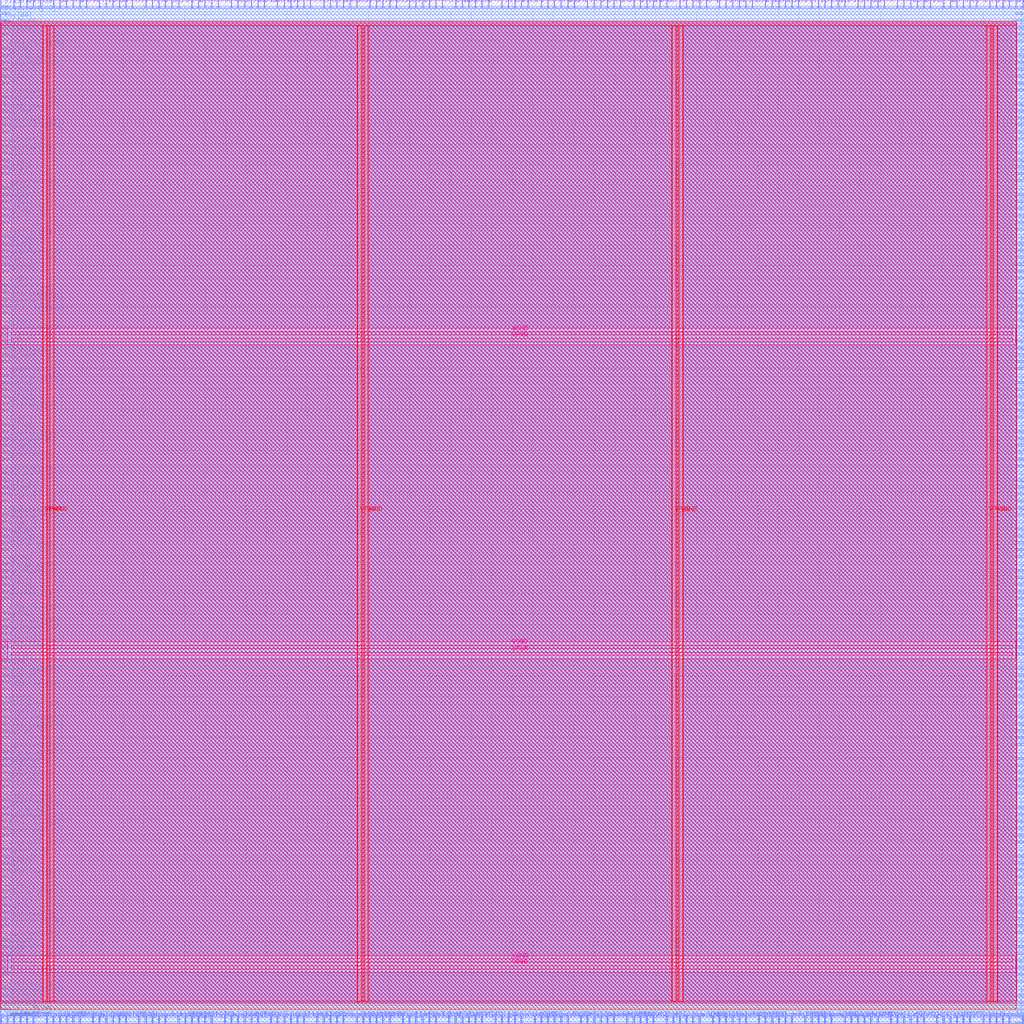
<source format=lef>
VERSION 5.7 ;
  NOWIREEXTENSIONATPIN ON ;
  DIVIDERCHAR "/" ;
  BUSBITCHARS "[]" ;
MACRO AES
  CLASS BLOCK ;
  FOREIGN AES ;
  ORIGIN 0.000 0.000 ;
  SIZE 500.000 BY 500.000 ;
  PIN VGND
    DIRECTION INOUT ;
    USE GROUND ;
    PORT
      LAYER met4 ;
        RECT 24.340 10.640 25.940 487.120 ;
    END
    PORT
      LAYER met4 ;
        RECT 177.940 10.640 179.540 487.120 ;
    END
    PORT
      LAYER met4 ;
        RECT 331.540 10.640 333.140 487.120 ;
    END
    PORT
      LAYER met4 ;
        RECT 485.140 10.640 486.740 487.120 ;
    END
    PORT
      LAYER met5 ;
        RECT 5.280 30.030 494.280 31.630 ;
    END
    PORT
      LAYER met5 ;
        RECT 5.280 183.210 494.280 184.810 ;
    END
    PORT
      LAYER met5 ;
        RECT 5.280 336.390 494.280 337.990 ;
    END
  END VGND
  PIN VPWR
    DIRECTION INOUT ;
    USE POWER ;
    PORT
      LAYER met4 ;
        RECT 21.040 10.640 22.640 487.120 ;
    END
    PORT
      LAYER met4 ;
        RECT 174.640 10.640 176.240 487.120 ;
    END
    PORT
      LAYER met4 ;
        RECT 328.240 10.640 329.840 487.120 ;
    END
    PORT
      LAYER met4 ;
        RECT 481.840 10.640 483.440 487.120 ;
    END
    PORT
      LAYER met5 ;
        RECT 5.280 26.730 494.280 28.330 ;
    END
    PORT
      LAYER met5 ;
        RECT 5.280 179.910 494.280 181.510 ;
    END
    PORT
      LAYER met5 ;
        RECT 5.280 333.090 494.280 334.690 ;
    END
  END VPWR
  PIN ciphertext[0]
    DIRECTION OUTPUT TRISTATE ;
    USE SIGNAL ;
    ANTENNADIFFAREA 0.795200 ;
    PORT
      LAYER met3 ;
        RECT 496.000 309.440 500.000 310.040 ;
    END
  END ciphertext[0]
  PIN ciphertext[100]
    DIRECTION OUTPUT TRISTATE ;
    USE SIGNAL ;
    ANTENNADIFFAREA 0.795200 ;
    PORT
      LAYER met2 ;
        RECT 112.790 496.000 113.070 500.000 ;
    END
  END ciphertext[100]
  PIN ciphertext[101]
    DIRECTION OUTPUT TRISTATE ;
    USE SIGNAL ;
    ANTENNADIFFAREA 0.795200 ;
    PORT
      LAYER met2 ;
        RECT 138.550 0.000 138.830 4.000 ;
    END
  END ciphertext[101]
  PIN ciphertext[102]
    DIRECTION OUTPUT TRISTATE ;
    USE SIGNAL ;
    ANTENNADIFFAREA 0.795200 ;
    PORT
      LAYER met3 ;
        RECT 0.000 346.840 4.000 347.440 ;
    END
  END ciphertext[102]
  PIN ciphertext[103]
    DIRECTION OUTPUT TRISTATE ;
    USE SIGNAL ;
    ANTENNADIFFAREA 0.795200 ;
    PORT
      LAYER met3 ;
        RECT 0.000 374.040 4.000 374.640 ;
    END
  END ciphertext[103]
  PIN ciphertext[104]
    DIRECTION OUTPUT TRISTATE ;
    USE SIGNAL ;
    ANTENNADIFFAREA 0.795200 ;
    PORT
      LAYER met3 ;
        RECT 0.000 435.240 4.000 435.840 ;
    END
  END ciphertext[104]
  PIN ciphertext[105]
    DIRECTION OUTPUT TRISTATE ;
    USE SIGNAL ;
    ANTENNADIFFAREA 0.795200 ;
    PORT
      LAYER met3 ;
        RECT 0.000 476.040 4.000 476.640 ;
    END
  END ciphertext[105]
  PIN ciphertext[106]
    DIRECTION OUTPUT TRISTATE ;
    USE SIGNAL ;
    ANTENNADIFFAREA 0.795200 ;
    PORT
      LAYER met3 ;
        RECT 0.000 47.640 4.000 48.240 ;
    END
  END ciphertext[106]
  PIN ciphertext[107]
    DIRECTION OUTPUT TRISTATE ;
    USE SIGNAL ;
    ANTENNADIFFAREA 0.795200 ;
    PORT
      LAYER met2 ;
        RECT 206.170 496.000 206.450 500.000 ;
    END
  END ciphertext[107]
  PIN ciphertext[108]
    DIRECTION OUTPUT TRISTATE ;
    USE SIGNAL ;
    ANTENNADIFFAREA 0.795200 ;
    PORT
      LAYER met3 ;
        RECT 0.000 142.840 4.000 143.440 ;
    END
  END ciphertext[108]
  PIN ciphertext[109]
    DIRECTION OUTPUT TRISTATE ;
    USE SIGNAL ;
    ANTENNADIFFAREA 0.795200 ;
    PORT
      LAYER met2 ;
        RECT 99.910 496.000 100.190 500.000 ;
    END
  END ciphertext[109]
  PIN ciphertext[10]
    DIRECTION OUTPUT TRISTATE ;
    USE SIGNAL ;
    ANTENNADIFFAREA 0.795200 ;
    PORT
      LAYER met3 ;
        RECT 496.000 3.440 500.000 4.040 ;
    END
  END ciphertext[10]
  PIN ciphertext[110]
    DIRECTION OUTPUT TRISTATE ;
    USE SIGNAL ;
    ANTENNADIFFAREA 0.445500 ;
    PORT
      LAYER met3 ;
        RECT 496.000 159.840 500.000 160.440 ;
    END
  END ciphertext[110]
  PIN ciphertext[111]
    DIRECTION OUTPUT TRISTATE ;
    USE SIGNAL ;
    ANTENNADIFFAREA 0.795200 ;
    PORT
      LAYER met2 ;
        RECT 77.370 496.000 77.650 500.000 ;
    END
  END ciphertext[111]
  PIN ciphertext[112]
    DIRECTION OUTPUT TRISTATE ;
    USE SIGNAL ;
    ANTENNADIFFAREA 0.445500 ;
    PORT
      LAYER met3 ;
        RECT 496.000 180.240 500.000 180.840 ;
    END
  END ciphertext[112]
  PIN ciphertext[113]
    DIRECTION OUTPUT TRISTATE ;
    USE SIGNAL ;
    ANTENNADIFFAREA 0.795200 ;
    PORT
      LAYER met2 ;
        RECT 12.970 0.000 13.250 4.000 ;
    END
  END ciphertext[113]
  PIN ciphertext[114]
    DIRECTION OUTPUT TRISTATE ;
    USE SIGNAL ;
    ANTENNADIFFAREA 0.795200 ;
    PORT
      LAYER met2 ;
        RECT 167.530 496.000 167.810 500.000 ;
    END
  END ciphertext[114]
  PIN ciphertext[115]
    DIRECTION OUTPUT TRISTATE ;
    USE SIGNAL ;
    ANTENNADIFFAREA 0.795200 ;
    PORT
      LAYER met3 ;
        RECT 0.000 285.640 4.000 286.240 ;
    END
  END ciphertext[115]
  PIN ciphertext[116]
    DIRECTION OUTPUT TRISTATE ;
    USE SIGNAL ;
    ANTENNADIFFAREA 0.795200 ;
    PORT
      LAYER met3 ;
        RECT 0.000 312.840 4.000 313.440 ;
    END
  END ciphertext[116]
  PIN ciphertext[117]
    DIRECTION OUTPUT TRISTATE ;
    USE SIGNAL ;
    ANTENNADIFFAREA 0.795200 ;
    PORT
      LAYER met3 ;
        RECT 0.000 23.840 4.000 24.440 ;
    END
  END ciphertext[117]
  PIN ciphertext[118]
    DIRECTION OUTPUT TRISTATE ;
    USE SIGNAL ;
    ANTENNADIFFAREA 0.795200 ;
    PORT
      LAYER met2 ;
        RECT 199.730 496.000 200.010 500.000 ;
    END
  END ciphertext[118]
  PIN ciphertext[119]
    DIRECTION OUTPUT TRISTATE ;
    USE SIGNAL ;
    ANTENNADIFFAREA 0.795200 ;
    PORT
      LAYER met2 ;
        RECT 376.830 0.000 377.110 4.000 ;
    END
  END ciphertext[119]
  PIN ciphertext[11]
    DIRECTION OUTPUT TRISTATE ;
    USE SIGNAL ;
    ANTENNADIFFAREA 0.795200 ;
    PORT
      LAYER met3 ;
        RECT 0.000 125.840 4.000 126.440 ;
    END
  END ciphertext[11]
  PIN ciphertext[120]
    DIRECTION OUTPUT TRISTATE ;
    USE SIGNAL ;
    ANTENNADIFFAREA 0.795200 ;
    PORT
      LAYER met3 ;
        RECT 0.000 13.640 4.000 14.240 ;
    END
  END ciphertext[120]
  PIN ciphertext[121]
    DIRECTION OUTPUT TRISTATE ;
    USE SIGNAL ;
    ANTENNADIFFAREA 0.795200 ;
    PORT
      LAYER met3 ;
        RECT 0.000 98.640 4.000 99.240 ;
    END
  END ciphertext[121]
  PIN ciphertext[122]
    DIRECTION OUTPUT TRISTATE ;
    USE SIGNAL ;
    ANTENNADIFFAREA 0.795200 ;
    PORT
      LAYER met2 ;
        RECT 202.950 496.000 203.230 500.000 ;
    END
  END ciphertext[122]
  PIN ciphertext[123]
    DIRECTION OUTPUT TRISTATE ;
    USE SIGNAL ;
    ANTENNADIFFAREA 0.795200 ;
    PORT
      LAYER met3 ;
        RECT 0.000 350.240 4.000 350.840 ;
    END
  END ciphertext[123]
  PIN ciphertext[124]
    DIRECTION OUTPUT TRISTATE ;
    USE SIGNAL ;
    ANTENNADIFFAREA 0.795200 ;
    PORT
      LAYER met2 ;
        RECT 373.610 0.000 373.890 4.000 ;
    END
  END ciphertext[124]
  PIN ciphertext[125]
    DIRECTION OUTPUT TRISTATE ;
    USE SIGNAL ;
    ANTENNADIFFAREA 0.795200 ;
    PORT
      LAYER met3 ;
        RECT 0.000 244.840 4.000 245.440 ;
    END
  END ciphertext[125]
  PIN ciphertext[126]
    DIRECTION OUTPUT TRISTATE ;
    USE SIGNAL ;
    ANTENNADIFFAREA 0.795200 ;
    PORT
      LAYER met2 ;
        RECT 106.350 496.000 106.630 500.000 ;
    END
  END ciphertext[126]
  PIN ciphertext[127]
    DIRECTION OUTPUT TRISTATE ;
    USE SIGNAL ;
    ANTENNADIFFAREA 0.445500 ;
    PORT
      LAYER met3 ;
        RECT 496.000 30.640 500.000 31.240 ;
    END
  END ciphertext[127]
  PIN ciphertext[12]
    DIRECTION OUTPUT TRISTATE ;
    USE SIGNAL ;
    ANTENNADIFFAREA 0.795200 ;
    PORT
      LAYER met2 ;
        RECT 454.110 496.000 454.390 500.000 ;
    END
  END ciphertext[12]
  PIN ciphertext[13]
    DIRECTION OUTPUT TRISTATE ;
    USE SIGNAL ;
    ANTENNADIFFAREA 0.795200 ;
    PORT
      LAYER met2 ;
        RECT 293.110 496.000 293.390 500.000 ;
    END
  END ciphertext[13]
  PIN ciphertext[14]
    DIRECTION OUTPUT TRISTATE ;
    USE SIGNAL ;
    ANTENNADIFFAREA 0.795200 ;
    PORT
      LAYER met2 ;
        RECT 119.230 0.000 119.510 4.000 ;
    END
  END ciphertext[14]
  PIN ciphertext[15]
    DIRECTION OUTPUT TRISTATE ;
    USE SIGNAL ;
    ANTENNADIFFAREA 0.795200 ;
    PORT
      LAYER met3 ;
        RECT 0.000 207.440 4.000 208.040 ;
    END
  END ciphertext[15]
  PIN ciphertext[16]
    DIRECTION OUTPUT TRISTATE ;
    USE SIGNAL ;
    ANTENNADIFFAREA 0.795200 ;
    PORT
      LAYER met2 ;
        RECT 167.530 0.000 167.810 4.000 ;
    END
  END ciphertext[16]
  PIN ciphertext[17]
    DIRECTION OUTPUT TRISTATE ;
    USE SIGNAL ;
    ANTENNADIFFAREA 0.795200 ;
    PORT
      LAYER met3 ;
        RECT 496.000 170.040 500.000 170.640 ;
    END
  END ciphertext[17]
  PIN ciphertext[18]
    DIRECTION OUTPUT TRISTATE ;
    USE SIGNAL ;
    ANTENNADIFFAREA 0.795200 ;
    PORT
      LAYER met3 ;
        RECT 0.000 71.440 4.000 72.040 ;
    END
  END ciphertext[18]
  PIN ciphertext[19]
    DIRECTION OUTPUT TRISTATE ;
    USE SIGNAL ;
    ANTENNADIFFAREA 0.795200 ;
    PORT
      LAYER met3 ;
        RECT 0.000 95.240 4.000 95.840 ;
    END
  END ciphertext[19]
  PIN ciphertext[1]
    DIRECTION OUTPUT TRISTATE ;
    USE SIGNAL ;
    ANTENNADIFFAREA 0.795200 ;
    PORT
      LAYER met2 ;
        RECT 257.690 496.000 257.970 500.000 ;
    END
  END ciphertext[1]
  PIN ciphertext[20]
    DIRECTION OUTPUT TRISTATE ;
    USE SIGNAL ;
    ANTENNADIFFAREA 0.795200 ;
    PORT
      LAYER met3 ;
        RECT 496.000 74.840 500.000 75.440 ;
    END
  END ciphertext[20]
  PIN ciphertext[21]
    DIRECTION OUTPUT TRISTATE ;
    USE SIGNAL ;
    ANTENNADIFFAREA 0.795200 ;
    PORT
      LAYER met3 ;
        RECT 0.000 163.240 4.000 163.840 ;
    END
  END ciphertext[21]
  PIN ciphertext[22]
    DIRECTION OUTPUT TRISTATE ;
    USE SIGNAL ;
    ANTENNADIFFAREA 0.795200 ;
    PORT
      LAYER met2 ;
        RECT 283.450 0.000 283.730 4.000 ;
    END
  END ciphertext[22]
  PIN ciphertext[23]
    DIRECTION OUTPUT TRISTATE ;
    USE SIGNAL ;
    ANTENNADIFFAREA 0.445500 ;
    PORT
      LAYER met3 ;
        RECT 496.000 435.240 500.000 435.840 ;
    END
  END ciphertext[23]
  PIN ciphertext[24]
    DIRECTION OUTPUT TRISTATE ;
    USE SIGNAL ;
    ANTENNADIFFAREA 0.795200 ;
    PORT
      LAYER met2 ;
        RECT 354.290 496.000 354.570 500.000 ;
    END
  END ciphertext[24]
  PIN ciphertext[25]
    DIRECTION OUTPUT TRISTATE ;
    USE SIGNAL ;
    ANTENNADIFFAREA 0.445500 ;
    PORT
      LAYER met3 ;
        RECT 496.000 278.840 500.000 279.440 ;
    END
  END ciphertext[25]
  PIN ciphertext[26]
    DIRECTION OUTPUT TRISTATE ;
    USE SIGNAL ;
    ANTENNADIFFAREA 0.795200 ;
    PORT
      LAYER met2 ;
        RECT 148.210 496.000 148.490 500.000 ;
    END
  END ciphertext[26]
  PIN ciphertext[27]
    DIRECTION OUTPUT TRISTATE ;
    USE SIGNAL ;
    ANTENNADIFFAREA 0.445500 ;
    PORT
      LAYER met3 ;
        RECT 496.000 217.640 500.000 218.240 ;
    END
  END ciphertext[27]
  PIN ciphertext[28]
    DIRECTION OUTPUT TRISTATE ;
    USE SIGNAL ;
    ANTENNADIFFAREA 0.795200 ;
    PORT
      LAYER met2 ;
        RECT 463.770 496.000 464.050 500.000 ;
    END
  END ciphertext[28]
  PIN ciphertext[29]
    DIRECTION OUTPUT TRISTATE ;
    USE SIGNAL ;
    ANTENNADIFFAREA 0.445500 ;
    PORT
      LAYER met3 ;
        RECT 496.000 479.440 500.000 480.040 ;
    END
  END ciphertext[29]
  PIN ciphertext[2]
    DIRECTION OUTPUT TRISTATE ;
    USE SIGNAL ;
    ANTENNADIFFAREA 0.795200 ;
    PORT
      LAYER met2 ;
        RECT 357.510 0.000 357.790 4.000 ;
    END
  END ciphertext[2]
  PIN ciphertext[30]
    DIRECTION OUTPUT TRISTATE ;
    USE SIGNAL ;
    ANTENNADIFFAREA 0.795200 ;
    PORT
      LAYER met2 ;
        RECT 438.010 496.000 438.290 500.000 ;
    END
  END ciphertext[30]
  PIN ciphertext[31]
    DIRECTION OUTPUT TRISTATE ;
    USE SIGNAL ;
    ANTENNADIFFAREA 0.795200 ;
    PORT
      LAYER met2 ;
        RECT 277.010 496.000 277.290 500.000 ;
    END
  END ciphertext[31]
  PIN ciphertext[32]
    DIRECTION OUTPUT TRISTATE ;
    USE SIGNAL ;
    ANTENNADIFFAREA 0.795200 ;
    PORT
      LAYER met3 ;
        RECT 0.000 275.440 4.000 276.040 ;
    END
  END ciphertext[32]
  PIN ciphertext[33]
    DIRECTION OUTPUT TRISTATE ;
    USE SIGNAL ;
    ANTENNADIFFAREA 0.795200 ;
    PORT
      LAYER met2 ;
        RECT 70.930 0.000 71.210 4.000 ;
    END
  END ciphertext[33]
  PIN ciphertext[34]
    DIRECTION OUTPUT TRISTATE ;
    USE SIGNAL ;
    ANTENNADIFFAREA 0.445500 ;
    PORT
      LAYER met3 ;
        RECT 496.000 187.040 500.000 187.640 ;
    END
  END ciphertext[34]
  PIN ciphertext[35]
    DIRECTION OUTPUT TRISTATE ;
    USE SIGNAL ;
    ANTENNADIFFAREA 0.795200 ;
    PORT
      LAYER met2 ;
        RECT 280.230 496.000 280.510 500.000 ;
    END
  END ciphertext[35]
  PIN ciphertext[36]
    DIRECTION OUTPUT TRISTATE ;
    USE SIGNAL ;
    ANTENNADIFFAREA 0.795200 ;
    PORT
      LAYER met2 ;
        RECT 264.130 0.000 264.410 4.000 ;
    END
  END ciphertext[36]
  PIN ciphertext[37]
    DIRECTION OUTPUT TRISTATE ;
    USE SIGNAL ;
    ANTENNADIFFAREA 0.445500 ;
    PORT
      LAYER met3 ;
        RECT 496.000 241.440 500.000 242.040 ;
    END
  END ciphertext[37]
  PIN ciphertext[38]
    DIRECTION OUTPUT TRISTATE ;
    USE SIGNAL ;
    ANTENNADIFFAREA 0.445500 ;
    PORT
      LAYER met3 ;
        RECT 496.000 387.640 500.000 388.240 ;
    END
  END ciphertext[38]
  PIN ciphertext[39]
    DIRECTION OUTPUT TRISTATE ;
    USE SIGNAL ;
    ANTENNADIFFAREA 0.795200 ;
    PORT
      LAYER met2 ;
        RECT 299.550 0.000 299.830 4.000 ;
    END
  END ciphertext[39]
  PIN ciphertext[3]
    DIRECTION OUTPUT TRISTATE ;
    USE SIGNAL ;
    ANTENNADIFFAREA 0.795200 ;
    PORT
      LAYER met2 ;
        RECT 483.090 0.000 483.370 4.000 ;
    END
  END ciphertext[3]
  PIN ciphertext[40]
    DIRECTION OUTPUT TRISTATE ;
    USE SIGNAL ;
    ANTENNADIFFAREA 0.795200 ;
    PORT
      LAYER met3 ;
        RECT 496.000 68.040 500.000 68.640 ;
    END
  END ciphertext[40]
  PIN ciphertext[41]
    DIRECTION OUTPUT TRISTATE ;
    USE SIGNAL ;
    ANTENNADIFFAREA 0.795200 ;
    PORT
      LAYER met3 ;
        RECT 0.000 353.640 4.000 354.240 ;
    END
  END ciphertext[41]
  PIN ciphertext[42]
    DIRECTION OUTPUT TRISTATE ;
    USE SIGNAL ;
    ANTENNADIFFAREA 0.795200 ;
    PORT
      LAYER met3 ;
        RECT 0.000 119.040 4.000 119.640 ;
    END
  END ciphertext[42]
  PIN ciphertext[43]
    DIRECTION OUTPUT TRISTATE ;
    USE SIGNAL ;
    ANTENNADIFFAREA 0.795200 ;
    PORT
      LAYER met2 ;
        RECT 235.150 496.000 235.430 500.000 ;
    END
  END ciphertext[43]
  PIN ciphertext[44]
    DIRECTION OUTPUT TRISTATE ;
    USE SIGNAL ;
    ANTENNADIFFAREA 0.795200 ;
    PORT
      LAYER met3 ;
        RECT 496.000 129.240 500.000 129.840 ;
    END
  END ciphertext[44]
  PIN ciphertext[45]
    DIRECTION OUTPUT TRISTATE ;
    USE SIGNAL ;
    ANTENNADIFFAREA 0.795200 ;
    PORT
      LAYER met3 ;
        RECT 496.000 350.240 500.000 350.840 ;
    END
  END ciphertext[45]
  PIN ciphertext[46]
    DIRECTION OUTPUT TRISTATE ;
    USE SIGNAL ;
    ANTENNADIFFAREA 0.795200 ;
    PORT
      LAYER met2 ;
        RECT 479.870 0.000 480.150 4.000 ;
    END
  END ciphertext[46]
  PIN ciphertext[47]
    DIRECTION OUTPUT TRISTATE ;
    USE SIGNAL ;
    ANTENNADIFFAREA 0.445500 ;
    PORT
      LAYER met3 ;
        RECT 496.000 255.040 500.000 255.640 ;
    END
  END ciphertext[47]
  PIN ciphertext[48]
    DIRECTION OUTPUT TRISTATE ;
    USE SIGNAL ;
    ANTENNADIFFAREA 0.445500 ;
    PORT
      LAYER met3 ;
        RECT 496.000 431.840 500.000 432.440 ;
    END
  END ciphertext[48]
  PIN ciphertext[49]
    DIRECTION OUTPUT TRISTATE ;
    USE SIGNAL ;
    ANTENNADIFFAREA 0.795200 ;
    PORT
      LAYER met2 ;
        RECT 22.630 0.000 22.910 4.000 ;
    END
  END ciphertext[49]
  PIN ciphertext[4]
    DIRECTION OUTPUT TRISTATE ;
    USE SIGNAL ;
    ANTENNADIFFAREA 0.795200 ;
    PORT
      LAYER met3 ;
        RECT 0.000 3.440 4.000 4.040 ;
    END
  END ciphertext[4]
  PIN ciphertext[50]
    DIRECTION OUTPUT TRISTATE ;
    USE SIGNAL ;
    ANTENNADIFFAREA 0.795200 ;
    PORT
      LAYER met2 ;
        RECT 499.190 496.000 499.470 500.000 ;
    END
  END ciphertext[50]
  PIN ciphertext[51]
    DIRECTION OUTPUT TRISTATE ;
    USE SIGNAL ;
    ANTENNADIFFAREA 0.795200 ;
    PORT
      LAYER met2 ;
        RECT 87.030 0.000 87.310 4.000 ;
    END
  END ciphertext[51]
  PIN ciphertext[52]
    DIRECTION OUTPUT TRISTATE ;
    USE SIGNAL ;
    ANTENNADIFFAREA 0.795200 ;
    PORT
      LAYER met3 ;
        RECT 0.000 91.840 4.000 92.440 ;
    END
  END ciphertext[52]
  PIN ciphertext[53]
    DIRECTION OUTPUT TRISTATE ;
    USE SIGNAL ;
    ANTENNADIFFAREA 0.795200 ;
    PORT
      LAYER met2 ;
        RECT 206.170 0.000 206.450 4.000 ;
    END
  END ciphertext[53]
  PIN ciphertext[54]
    DIRECTION OUTPUT TRISTATE ;
    USE SIGNAL ;
    ANTENNADIFFAREA 0.795200 ;
    PORT
      LAYER met3 ;
        RECT 0.000 170.040 4.000 170.640 ;
    END
  END ciphertext[54]
  PIN ciphertext[55]
    DIRECTION OUTPUT TRISTATE ;
    USE SIGNAL ;
    ANTENNADIFFAREA 0.445500 ;
    PORT
      LAYER met3 ;
        RECT 496.000 139.440 500.000 140.040 ;
    END
  END ciphertext[55]
  PIN ciphertext[56]
    DIRECTION OUTPUT TRISTATE ;
    USE SIGNAL ;
    ANTENNADIFFAREA 0.795200 ;
    PORT
      LAYER met3 ;
        RECT 0.000 193.840 4.000 194.440 ;
    END
  END ciphertext[56]
  PIN ciphertext[57]
    DIRECTION OUTPUT TRISTATE ;
    USE SIGNAL ;
    ANTENNADIFFAREA 0.795200 ;
    PORT
      LAYER met2 ;
        RECT 19.410 496.000 19.690 500.000 ;
    END
  END ciphertext[57]
  PIN ciphertext[58]
    DIRECTION OUTPUT TRISTATE ;
    USE SIGNAL ;
    ANTENNADIFFAREA 0.795200 ;
    PORT
      LAYER met2 ;
        RECT 466.990 496.000 467.270 500.000 ;
    END
  END ciphertext[58]
  PIN ciphertext[59]
    DIRECTION OUTPUT TRISTATE ;
    USE SIGNAL ;
    ANTENNADIFFAREA 0.795200 ;
    PORT
      LAYER met3 ;
        RECT 0.000 336.640 4.000 337.240 ;
    END
  END ciphertext[59]
  PIN ciphertext[5]
    DIRECTION OUTPUT TRISTATE ;
    USE SIGNAL ;
    ANTENNADIFFAREA 0.795200 ;
    PORT
      LAYER met2 ;
        RECT 325.310 496.000 325.590 500.000 ;
    END
  END ciphertext[5]
  PIN ciphertext[60]
    DIRECTION OUTPUT TRISTATE ;
    USE SIGNAL ;
    ANTENNADIFFAREA 0.445500 ;
    PORT
      LAYER met3 ;
        RECT 496.000 37.440 500.000 38.040 ;
    END
  END ciphertext[60]
  PIN ciphertext[61]
    DIRECTION OUTPUT TRISTATE ;
    USE SIGNAL ;
    ANTENNADIFFAREA 0.795200 ;
    PORT
      LAYER met2 ;
        RECT 431.570 496.000 431.850 500.000 ;
    END
  END ciphertext[61]
  PIN ciphertext[62]
    DIRECTION OUTPUT TRISTATE ;
    USE SIGNAL ;
    ANTENNADIFFAREA 0.795200 ;
    PORT
      LAYER met2 ;
        RECT 495.970 496.000 496.250 500.000 ;
    END
  END ciphertext[62]
  PIN ciphertext[63]
    DIRECTION OUTPUT TRISTATE ;
    USE SIGNAL ;
    ANTENNADIFFAREA 0.795200 ;
    PORT
      LAYER met2 ;
        RECT 238.370 496.000 238.650 500.000 ;
    END
  END ciphertext[63]
  PIN ciphertext[64]
    DIRECTION OUTPUT TRISTATE ;
    USE SIGNAL ;
    ANTENNADIFFAREA 0.795200 ;
    PORT
      LAYER met3 ;
        RECT 496.000 289.040 500.000 289.640 ;
    END
  END ciphertext[64]
  PIN ciphertext[65]
    DIRECTION OUTPUT TRISTATE ;
    USE SIGNAL ;
    ANTENNADIFFAREA 0.795200 ;
    PORT
      LAYER met2 ;
        RECT 74.150 0.000 74.430 4.000 ;
    END
  END ciphertext[65]
  PIN ciphertext[66]
    DIRECTION OUTPUT TRISTATE ;
    USE SIGNAL ;
    ANTENNADIFFAREA 0.795200 ;
    PORT
      LAYER met3 ;
        RECT 0.000 200.640 4.000 201.240 ;
    END
  END ciphertext[66]
  PIN ciphertext[67]
    DIRECTION OUTPUT TRISTATE ;
    USE SIGNAL ;
    ANTENNADIFFAREA 0.445500 ;
    PORT
      LAYER met3 ;
        RECT 496.000 197.240 500.000 197.840 ;
    END
  END ciphertext[67]
  PIN ciphertext[68]
    DIRECTION OUTPUT TRISTATE ;
    USE SIGNAL ;
    ANTENNADIFFAREA 0.795200 ;
    PORT
      LAYER met2 ;
        RECT 425.130 496.000 425.410 500.000 ;
    END
  END ciphertext[68]
  PIN ciphertext[69]
    DIRECTION OUTPUT TRISTATE ;
    USE SIGNAL ;
    ANTENNADIFFAREA 0.795200 ;
    PORT
      LAYER met2 ;
        RECT 402.590 0.000 402.870 4.000 ;
    END
  END ciphertext[69]
  PIN ciphertext[6]
    DIRECTION OUTPUT TRISTATE ;
    USE SIGNAL ;
    ANTENNADIFFAREA 0.795200 ;
    PORT
      LAYER met2 ;
        RECT 173.970 0.000 174.250 4.000 ;
    END
  END ciphertext[6]
  PIN ciphertext[70]
    DIRECTION OUTPUT TRISTATE ;
    USE SIGNAL ;
    ANTENNADIFFAREA 0.795200 ;
    PORT
      LAYER met3 ;
        RECT 0.000 316.240 4.000 316.840 ;
    END
  END ciphertext[70]
  PIN ciphertext[71]
    DIRECTION OUTPUT TRISTATE ;
    USE SIGNAL ;
    ANTENNADIFFAREA 0.795200 ;
    PORT
      LAYER met2 ;
        RECT 460.550 496.000 460.830 500.000 ;
    END
  END ciphertext[71]
  PIN ciphertext[72]
    DIRECTION OUTPUT TRISTATE ;
    USE SIGNAL ;
    ANTENNADIFFAREA 0.795200 ;
    PORT
      LAYER met2 ;
        RECT 228.710 496.000 228.990 500.000 ;
    END
  END ciphertext[72]
  PIN ciphertext[73]
    DIRECTION OUTPUT TRISTATE ;
    USE SIGNAL ;
    ANTENNADIFFAREA 0.445500 ;
    PORT
      LAYER met3 ;
        RECT 496.000 125.840 500.000 126.440 ;
    END
  END ciphertext[73]
  PIN ciphertext[74]
    DIRECTION OUTPUT TRISTATE ;
    USE SIGNAL ;
    ANTENNADIFFAREA 0.445500 ;
    PORT
      LAYER met3 ;
        RECT 496.000 306.040 500.000 306.640 ;
    END
  END ciphertext[74]
  PIN ciphertext[75]
    DIRECTION OUTPUT TRISTATE ;
    USE SIGNAL ;
    ANTENNADIFFAREA 0.445500 ;
    PORT
      LAYER met3 ;
        RECT 496.000 231.240 500.000 231.840 ;
    END
  END ciphertext[75]
  PIN ciphertext[76]
    DIRECTION OUTPUT TRISTATE ;
    USE SIGNAL ;
    ANTENNADIFFAREA 0.795200 ;
    PORT
      LAYER met2 ;
        RECT 180.410 496.000 180.690 500.000 ;
    END
  END ciphertext[76]
  PIN ciphertext[77]
    DIRECTION OUTPUT TRISTATE ;
    USE SIGNAL ;
    ANTENNADIFFAREA 0.795200 ;
    PORT
      LAYER met3 ;
        RECT 496.000 47.640 500.000 48.240 ;
    END
  END ciphertext[77]
  PIN ciphertext[78]
    DIRECTION OUTPUT TRISTATE ;
    USE SIGNAL ;
    ANTENNADIFFAREA 0.795200 ;
    PORT
      LAYER met3 ;
        RECT 0.000 81.640 4.000 82.240 ;
    END
  END ciphertext[78]
  PIN ciphertext[79]
    DIRECTION OUTPUT TRISTATE ;
    USE SIGNAL ;
    ANTENNADIFFAREA 0.795200 ;
    PORT
      LAYER met2 ;
        RECT 144.990 0.000 145.270 4.000 ;
    END
  END ciphertext[79]
  PIN ciphertext[7]
    DIRECTION OUTPUT TRISTATE ;
    USE SIGNAL ;
    ANTENNADIFFAREA 0.795200 ;
    PORT
      LAYER met2 ;
        RECT 476.650 496.000 476.930 500.000 ;
    END
  END ciphertext[7]
  PIN ciphertext[80]
    DIRECTION OUTPUT TRISTATE ;
    USE SIGNAL ;
    ANTENNADIFFAREA 0.445500 ;
    PORT
      LAYER met3 ;
        RECT 496.000 112.240 500.000 112.840 ;
    END
  END ciphertext[80]
  PIN ciphertext[81]
    DIRECTION OUTPUT TRISTATE ;
    USE SIGNAL ;
    ANTENNADIFFAREA 0.795200 ;
    PORT
      LAYER met2 ;
        RECT 244.810 0.000 245.090 4.000 ;
    END
  END ciphertext[81]
  PIN ciphertext[82]
    DIRECTION OUTPUT TRISTATE ;
    USE SIGNAL ;
    ANTENNADIFFAREA 0.795200 ;
    PORT
      LAYER met3 ;
        RECT 496.000 34.040 500.000 34.640 ;
    END
  END ciphertext[82]
  PIN ciphertext[83]
    DIRECTION OUTPUT TRISTATE ;
    USE SIGNAL ;
    ANTENNADIFFAREA 0.795200 ;
    PORT
      LAYER met2 ;
        RECT 299.550 496.000 299.830 500.000 ;
    END
  END ciphertext[83]
  PIN ciphertext[84]
    DIRECTION OUTPUT TRISTATE ;
    USE SIGNAL ;
    ANTENNADIFFAREA 0.795200 ;
    PORT
      LAYER met3 ;
        RECT 0.000 30.640 4.000 31.240 ;
    END
  END ciphertext[84]
  PIN ciphertext[85]
    DIRECTION OUTPUT TRISTATE ;
    USE SIGNAL ;
    ANTENNADIFFAREA 0.795200 ;
    PORT
      LAYER met3 ;
        RECT 0.000 465.840 4.000 466.440 ;
    END
  END ciphertext[85]
  PIN ciphertext[86]
    DIRECTION OUTPUT TRISTATE ;
    USE SIGNAL ;
    ANTENNADIFFAREA 0.795200 ;
    PORT
      LAYER met2 ;
        RECT 357.510 496.000 357.790 500.000 ;
    END
  END ciphertext[86]
  PIN ciphertext[87]
    DIRECTION OUTPUT TRISTATE ;
    USE SIGNAL ;
    ANTENNADIFFAREA 0.795200 ;
    PORT
      LAYER met2 ;
        RECT 286.670 496.000 286.950 500.000 ;
    END
  END ciphertext[87]
  PIN ciphertext[88]
    DIRECTION OUTPUT TRISTATE ;
    USE SIGNAL ;
    ANTENNADIFFAREA 0.445500 ;
    PORT
      LAYER met3 ;
        RECT 496.000 425.040 500.000 425.640 ;
    END
  END ciphertext[88]
  PIN ciphertext[89]
    DIRECTION OUTPUT TRISTATE ;
    USE SIGNAL ;
    ANTENNADIFFAREA 0.795200 ;
    PORT
      LAYER met3 ;
        RECT 0.000 445.440 4.000 446.040 ;
    END
  END ciphertext[89]
  PIN ciphertext[8]
    DIRECTION OUTPUT TRISTATE ;
    USE SIGNAL ;
    ANTENNADIFFAREA 0.795200 ;
    PORT
      LAYER met2 ;
        RECT 483.090 496.000 483.370 500.000 ;
    END
  END ciphertext[8]
  PIN ciphertext[90]
    DIRECTION OUTPUT TRISTATE ;
    USE SIGNAL ;
    ANTENNADIFFAREA 0.795200 ;
    PORT
      LAYER met2 ;
        RECT 486.310 496.000 486.590 500.000 ;
    END
  END ciphertext[90]
  PIN ciphertext[91]
    DIRECTION OUTPUT TRISTATE ;
    USE SIGNAL ;
    ANTENNADIFFAREA 0.445500 ;
    PORT
      LAYER met3 ;
        RECT 496.000 258.440 500.000 259.040 ;
    END
  END ciphertext[91]
  PIN ciphertext[92]
    DIRECTION OUTPUT TRISTATE ;
    USE SIGNAL ;
    ANTENNADIFFAREA 0.445500 ;
    PORT
      LAYER met3 ;
        RECT 496.000 91.840 500.000 92.440 ;
    END
  END ciphertext[92]
  PIN ciphertext[93]
    DIRECTION OUTPUT TRISTATE ;
    USE SIGNAL ;
    ANTENNADIFFAREA 0.795200 ;
    PORT
      LAYER met2 ;
        RECT 296.330 496.000 296.610 500.000 ;
    END
  END ciphertext[93]
  PIN ciphertext[94]
    DIRECTION OUTPUT TRISTATE ;
    USE SIGNAL ;
    ANTENNADIFFAREA 0.795200 ;
    PORT
      LAYER met2 ;
        RECT 70.930 496.000 71.210 500.000 ;
    END
  END ciphertext[94]
  PIN ciphertext[95]
    DIRECTION OUTPUT TRISTATE ;
    USE SIGNAL ;
    ANTENNADIFFAREA 0.795200 ;
    PORT
      LAYER met3 ;
        RECT 0.000 105.440 4.000 106.040 ;
    END
  END ciphertext[95]
  PIN ciphertext[96]
    DIRECTION OUTPUT TRISTATE ;
    USE SIGNAL ;
    ANTENNADIFFAREA 0.795200 ;
    PORT
      LAYER met2 ;
        RECT 141.770 496.000 142.050 500.000 ;
    END
  END ciphertext[96]
  PIN ciphertext[97]
    DIRECTION OUTPUT TRISTATE ;
    USE SIGNAL ;
    ANTENNADIFFAREA 0.445500 ;
    PORT
      LAYER met3 ;
        RECT 496.000 421.640 500.000 422.240 ;
    END
  END ciphertext[97]
  PIN ciphertext[98]
    DIRECTION OUTPUT TRISTATE ;
    USE SIGNAL ;
    ANTENNADIFFAREA 0.795200 ;
    PORT
      LAYER met2 ;
        RECT 164.310 0.000 164.590 4.000 ;
    END
  END ciphertext[98]
  PIN ciphertext[99]
    DIRECTION OUTPUT TRISTATE ;
    USE SIGNAL ;
    ANTENNADIFFAREA 0.795200 ;
    PORT
      LAYER met3 ;
        RECT 0.000 408.040 4.000 408.640 ;
    END
  END ciphertext[99]
  PIN ciphertext[9]
    DIRECTION OUTPUT TRISTATE ;
    USE SIGNAL ;
    ANTENNADIFFAREA 0.795200 ;
    PORT
      LAYER met3 ;
        RECT 0.000 299.240 4.000 299.840 ;
    END
  END ciphertext[9]
  PIN clk
    DIRECTION INPUT ;
    USE SIGNAL ;
    ANTENNAGATEAREA 0.852000 ;
    PORT
      LAYER met2 ;
        RECT 90.250 0.000 90.530 4.000 ;
    END
  END clk
  PIN done
    DIRECTION OUTPUT TRISTATE ;
    USE SIGNAL ;
    ANTENNADIFFAREA 0.795200 ;
    PORT
      LAYER met2 ;
        RECT 309.210 0.000 309.490 4.000 ;
    END
  END done
  PIN key[0]
    DIRECTION INPUT ;
    USE SIGNAL ;
    ANTENNAGATEAREA 0.159000 ;
    PORT
      LAYER met3 ;
        RECT 0.000 391.040 4.000 391.640 ;
    END
  END key[0]
  PIN key[100]
    DIRECTION INPUT ;
    USE SIGNAL ;
    ANTENNAGATEAREA 0.247500 ;
    PORT
      LAYER met2 ;
        RECT 444.450 0.000 444.730 4.000 ;
    END
  END key[100]
  PIN key[101]
    DIRECTION INPUT ;
    USE SIGNAL ;
    ANTENNAGATEAREA 0.159000 ;
    PORT
      LAYER met2 ;
        RECT 6.530 496.000 6.810 500.000 ;
    END
  END key[101]
  PIN key[102]
    DIRECTION INPUT ;
    USE SIGNAL ;
    ANTENNAGATEAREA 0.213000 ;
    PORT
      LAYER met2 ;
        RECT 450.890 0.000 451.170 4.000 ;
    END
  END key[102]
  PIN key[103]
    DIRECTION INPUT ;
    USE SIGNAL ;
    ANTENNAGATEAREA 0.159000 ;
    PORT
      LAYER met2 ;
        RECT 402.590 496.000 402.870 500.000 ;
    END
  END key[103]
  PIN key[104]
    DIRECTION INPUT ;
    USE SIGNAL ;
    ANTENNAGATEAREA 0.247500 ;
    PORT
      LAYER met2 ;
        RECT 45.170 0.000 45.450 4.000 ;
    END
  END key[104]
  PIN key[105]
    DIRECTION INPUT ;
    USE SIGNAL ;
    ANTENNAGATEAREA 0.213000 ;
    PORT
      LAYER met2 ;
        RECT 312.430 496.000 312.710 500.000 ;
    END
  END key[105]
  PIN key[106]
    DIRECTION INPUT ;
    USE SIGNAL ;
    ANTENNAGATEAREA 0.247500 ;
    PORT
      LAYER met3 ;
        RECT 496.000 51.040 500.000 51.640 ;
    END
  END key[106]
  PIN key[107]
    DIRECTION INPUT ;
    USE SIGNAL ;
    ANTENNAGATEAREA 0.213000 ;
    PORT
      LAYER met2 ;
        RECT 135.330 0.000 135.610 4.000 ;
    END
  END key[107]
  PIN key[108]
    DIRECTION INPUT ;
    USE SIGNAL ;
    ANTENNAGATEAREA 0.159000 ;
    PORT
      LAYER met3 ;
        RECT 496.000 265.240 500.000 265.840 ;
    END
  END key[108]
  PIN key[109]
    DIRECTION INPUT ;
    USE SIGNAL ;
    ANTENNAGATEAREA 0.213000 ;
    PORT
      LAYER met3 ;
        RECT 496.000 248.240 500.000 248.840 ;
    END
  END key[109]
  PIN key[10]
    DIRECTION INPUT ;
    USE SIGNAL ;
    ANTENNAGATEAREA 0.213000 ;
    PORT
      LAYER met3 ;
        RECT 0.000 459.040 4.000 459.640 ;
    END
  END key[10]
  PIN key[110]
    DIRECTION INPUT ;
    USE SIGNAL ;
    ANTENNAGATEAREA 0.247500 ;
    PORT
      LAYER met3 ;
        RECT 496.000 71.440 500.000 72.040 ;
    END
  END key[110]
  PIN key[111]
    DIRECTION INPUT ;
    USE SIGNAL ;
    ANTENNAGATEAREA 0.213000 ;
    PORT
      LAYER met2 ;
        RECT 103.130 496.000 103.410 500.000 ;
    END
  END key[111]
  PIN key[112]
    DIRECTION INPUT ;
    USE SIGNAL ;
    ANTENNAGATEAREA 0.159000 ;
    PORT
      LAYER met2 ;
        RECT 93.470 0.000 93.750 4.000 ;
    END
  END key[112]
  PIN key[113]
    DIRECTION INPUT ;
    USE SIGNAL ;
    ANTENNAGATEAREA 0.213000 ;
    PORT
      LAYER met2 ;
        RECT 360.730 0.000 361.010 4.000 ;
    END
  END key[113]
  PIN key[114]
    DIRECTION INPUT ;
    USE SIGNAL ;
    ANTENNAGATEAREA 0.213000 ;
    PORT
      LAYER met2 ;
        RECT 9.750 496.000 10.030 500.000 ;
    END
  END key[114]
  PIN key[115]
    DIRECTION INPUT ;
    USE SIGNAL ;
    ANTENNAGATEAREA 0.159000 ;
    PORT
      LAYER met3 ;
        RECT 0.000 78.240 4.000 78.840 ;
    END
  END key[115]
  PIN key[116]
    DIRECTION INPUT ;
    USE SIGNAL ;
    ANTENNAGATEAREA 0.159000 ;
    PORT
      LAYER met2 ;
        RECT 386.490 0.000 386.770 4.000 ;
    END
  END key[116]
  PIN key[117]
    DIRECTION INPUT ;
    USE SIGNAL ;
    ANTENNAGATEAREA 0.213000 ;
    PORT
      LAYER met2 ;
        RECT 373.610 496.000 373.890 500.000 ;
    END
  END key[117]
  PIN key[118]
    DIRECTION INPUT ;
    USE SIGNAL ;
    ANTENNAGATEAREA 0.159000 ;
    PORT
      LAYER met2 ;
        RECT 305.990 0.000 306.270 4.000 ;
    END
  END key[118]
  PIN key[119]
    DIRECTION INPUT ;
    USE SIGNAL ;
    ANTENNAGATEAREA 0.159000 ;
    PORT
      LAYER met2 ;
        RECT 273.790 496.000 274.070 500.000 ;
    END
  END key[119]
  PIN key[11]
    DIRECTION INPUT ;
    USE SIGNAL ;
    ANTENNAGATEAREA 0.213000 ;
    PORT
      LAYER met2 ;
        RECT 116.010 0.000 116.290 4.000 ;
    END
  END key[11]
  PIN key[120]
    DIRECTION INPUT ;
    USE SIGNAL ;
    ANTENNAGATEAREA 0.213000 ;
    PORT
      LAYER met2 ;
        RECT 61.270 0.000 61.550 4.000 ;
    END
  END key[120]
  PIN key[121]
    DIRECTION INPUT ;
    USE SIGNAL ;
    ANTENNAGATEAREA 0.159000 ;
    PORT
      LAYER met2 ;
        RECT 334.970 496.000 335.250 500.000 ;
    END
  END key[121]
  PIN key[122]
    DIRECTION INPUT ;
    USE SIGNAL ;
    ANTENNAGATEAREA 0.213000 ;
    PORT
      LAYER met3 ;
        RECT 496.000 442.040 500.000 442.640 ;
    END
  END key[122]
  PIN key[123]
    DIRECTION INPUT ;
    USE SIGNAL ;
    ANTENNAGATEAREA 0.213000 ;
    PORT
      LAYER met3 ;
        RECT 496.000 486.240 500.000 486.840 ;
    END
  END key[123]
  PIN key[124]
    DIRECTION INPUT ;
    USE SIGNAL ;
    ANTENNAGATEAREA 0.213000 ;
    PORT
      LAYER met3 ;
        RECT 0.000 234.640 4.000 235.240 ;
    END
  END key[124]
  PIN key[125]
    DIRECTION INPUT ;
    USE SIGNAL ;
    ANTENNAGATEAREA 0.213000 ;
    PORT
      LAYER met3 ;
        RECT 496.000 0.040 500.000 0.640 ;
    END
  END key[125]
  PIN key[126]
    DIRECTION INPUT ;
    USE SIGNAL ;
    ANTENNAGATEAREA 0.159000 ;
    PORT
      LAYER met3 ;
        RECT 496.000 210.840 500.000 211.440 ;
    END
  END key[126]
  PIN key[127]
    DIRECTION INPUT ;
    USE SIGNAL ;
    ANTENNAGATEAREA 0.159000 ;
    PORT
      LAYER met2 ;
        RECT 128.890 496.000 129.170 500.000 ;
    END
  END key[127]
  PIN key[128]
    DIRECTION INPUT ;
    USE SIGNAL ;
    ANTENNAGATEAREA 0.213000 ;
    PORT
      LAYER met2 ;
        RECT 38.730 496.000 39.010 500.000 ;
    END
  END key[128]
  PIN key[129]
    DIRECTION INPUT ;
    USE SIGNAL ;
    ANTENNAGATEAREA 0.213000 ;
    PORT
      LAYER met3 ;
        RECT 496.000 404.640 500.000 405.240 ;
    END
  END key[129]
  PIN key[12]
    DIRECTION INPUT ;
    USE SIGNAL ;
    ANTENNAGATEAREA 0.213000 ;
    PORT
      LAYER met3 ;
        RECT 0.000 57.840 4.000 58.440 ;
    END
  END key[12]
  PIN key[130]
    DIRECTION INPUT ;
    USE SIGNAL ;
    ANTENNAGATEAREA 0.213000 ;
    PORT
      LAYER met2 ;
        RECT 231.930 496.000 232.210 500.000 ;
    END
  END key[130]
  PIN key[131]
    DIRECTION INPUT ;
    USE SIGNAL ;
    ANTENNAGATEAREA 0.213000 ;
    PORT
      LAYER met3 ;
        RECT 0.000 428.440 4.000 429.040 ;
    END
  END key[131]
  PIN key[132]
    DIRECTION INPUT ;
    USE SIGNAL ;
    ANTENNAGATEAREA 0.213000 ;
    PORT
      LAYER met3 ;
        RECT 496.000 214.240 500.000 214.840 ;
    END
  END key[132]
  PIN key[133]
    DIRECTION INPUT ;
    USE SIGNAL ;
    ANTENNAGATEAREA 0.159000 ;
    PORT
      LAYER met2 ;
        RECT 164.310 496.000 164.590 500.000 ;
    END
  END key[133]
  PIN key[134]
    DIRECTION INPUT ;
    USE SIGNAL ;
    ANTENNAGATEAREA 0.159000 ;
    PORT
      LAYER met3 ;
        RECT 496.000 455.640 500.000 456.240 ;
    END
  END key[134]
  PIN key[135]
    DIRECTION INPUT ;
    USE SIGNAL ;
    ANTENNAGATEAREA 0.159000 ;
    PORT
      LAYER met3 ;
        RECT 496.000 163.240 500.000 163.840 ;
    END
  END key[135]
  PIN key[136]
    DIRECTION INPUT ;
    USE SIGNAL ;
    ANTENNAGATEAREA 0.159000 ;
    PORT
      LAYER met3 ;
        RECT 496.000 20.440 500.000 21.040 ;
    END
  END key[136]
  PIN key[137]
    DIRECTION INPUT ;
    USE SIGNAL ;
    ANTENNAGATEAREA 0.213000 ;
    PORT
      LAYER met3 ;
        RECT 0.000 115.640 4.000 116.240 ;
    END
  END key[137]
  PIN key[138]
    DIRECTION INPUT ;
    USE SIGNAL ;
    ANTENNAGATEAREA 0.159000 ;
    PORT
      LAYER met3 ;
        RECT 496.000 482.840 500.000 483.440 ;
    END
  END key[138]
  PIN key[139]
    DIRECTION INPUT ;
    USE SIGNAL ;
    ANTENNAGATEAREA 0.213000 ;
    PORT
      LAYER met2 ;
        RECT 74.150 496.000 74.430 500.000 ;
    END
  END key[139]
  PIN key[13]
    DIRECTION INPUT ;
    USE SIGNAL ;
    ANTENNAGATEAREA 0.213000 ;
    PORT
      LAYER met2 ;
        RECT 141.770 0.000 142.050 4.000 ;
    END
  END key[13]
  PIN key[140]
    DIRECTION INPUT ;
    USE SIGNAL ;
    ANTENNAGATEAREA 0.159000 ;
    PORT
      LAYER met2 ;
        RECT 447.670 0.000 447.950 4.000 ;
    END
  END key[140]
  PIN key[141]
    DIRECTION INPUT ;
    USE SIGNAL ;
    ANTENNAGATEAREA 0.213000 ;
    PORT
      LAYER met2 ;
        RECT 212.610 0.000 212.890 4.000 ;
    END
  END key[141]
  PIN key[142]
    DIRECTION INPUT ;
    USE SIGNAL ;
    ANTENNAGATEAREA 0.159000 ;
    PORT
      LAYER met3 ;
        RECT 0.000 309.440 4.000 310.040 ;
    END
  END key[142]
  PIN key[143]
    DIRECTION INPUT ;
    USE SIGNAL ;
    ANTENNAGATEAREA 0.126000 ;
    PORT
      LAYER met3 ;
        RECT 496.000 272.040 500.000 272.640 ;
    END
  END key[143]
  PIN key[144]
    DIRECTION INPUT ;
    USE SIGNAL ;
    ANTENNAGATEAREA 0.159000 ;
    PORT
      LAYER met2 ;
        RECT 186.850 496.000 187.130 500.000 ;
    END
  END key[144]
  PIN key[145]
    DIRECTION INPUT ;
    USE SIGNAL ;
    ANTENNAGATEAREA 0.159000 ;
    PORT
      LAYER met2 ;
        RECT 470.210 0.000 470.490 4.000 ;
    END
  END key[145]
  PIN key[146]
    DIRECTION INPUT ;
    USE SIGNAL ;
    ANTENNAGATEAREA 0.159000 ;
    PORT
      LAYER met2 ;
        RECT 405.810 496.000 406.090 500.000 ;
    END
  END key[146]
  PIN key[147]
    DIRECTION INPUT ;
    USE SIGNAL ;
    ANTENNAGATEAREA 0.213000 ;
    PORT
      LAYER met3 ;
        RECT 0.000 462.440 4.000 463.040 ;
    END
  END key[147]
  PIN key[148]
    DIRECTION INPUT ;
    USE SIGNAL ;
    ANTENNAGATEAREA 0.213000 ;
    PORT
      LAYER met2 ;
        RECT 222.270 0.000 222.550 4.000 ;
    END
  END key[148]
  PIN key[149]
    DIRECTION INPUT ;
    USE SIGNAL ;
    ANTENNAGATEAREA 0.213000 ;
    PORT
      LAYER met3 ;
        RECT 0.000 85.040 4.000 85.640 ;
    END
  END key[149]
  PIN key[14]
    DIRECTION INPUT ;
    USE SIGNAL ;
    ANTENNAGATEAREA 0.159000 ;
    PORT
      LAYER met3 ;
        RECT 496.000 88.440 500.000 89.040 ;
    END
  END key[14]
  PIN key[150]
    DIRECTION INPUT ;
    USE SIGNAL ;
    ANTENNAGATEAREA 0.159000 ;
    PORT
      LAYER met3 ;
        RECT 0.000 241.440 4.000 242.040 ;
    END
  END key[150]
  PIN key[151]
    DIRECTION INPUT ;
    USE SIGNAL ;
    ANTENNAGATEAREA 0.159000 ;
    PORT
      LAYER met2 ;
        RECT 183.630 496.000 183.910 500.000 ;
    END
  END key[151]
  PIN key[152]
    DIRECTION INPUT ;
    USE SIGNAL ;
    ANTENNAGATEAREA 0.159000 ;
    PORT
      LAYER met3 ;
        RECT 496.000 81.640 500.000 82.240 ;
    END
  END key[152]
  PIN key[153]
    DIRECTION INPUT ;
    USE SIGNAL ;
    ANTENNAGATEAREA 0.159000 ;
    PORT
      LAYER met3 ;
        RECT 0.000 302.640 4.000 303.240 ;
    END
  END key[153]
  PIN key[154]
    DIRECTION INPUT ;
    USE SIGNAL ;
    ANTENNAGATEAREA 0.247500 ;
    PORT
      LAYER met3 ;
        RECT 0.000 27.240 4.000 27.840 ;
    END
  END key[154]
  PIN key[155]
    DIRECTION INPUT ;
    USE SIGNAL ;
    ANTENNAGATEAREA 0.213000 ;
    PORT
      LAYER met2 ;
        RECT 363.950 496.000 364.230 500.000 ;
    END
  END key[155]
  PIN key[156]
    DIRECTION INPUT ;
    USE SIGNAL ;
    ANTENNAGATEAREA 0.159000 ;
    PORT
      LAYER met3 ;
        RECT 0.000 166.640 4.000 167.240 ;
    END
  END key[156]
  PIN key[157]
    DIRECTION INPUT ;
    USE SIGNAL ;
    ANTENNAGATEAREA 0.159000 ;
    PORT
      LAYER met2 ;
        RECT 460.550 0.000 460.830 4.000 ;
    END
  END key[157]
  PIN key[158]
    DIRECTION INPUT ;
    USE SIGNAL ;
    ANTENNAGATEAREA 0.213000 ;
    PORT
      LAYER met2 ;
        RECT 341.410 0.000 341.690 4.000 ;
    END
  END key[158]
  PIN key[159]
    DIRECTION INPUT ;
    USE SIGNAL ;
    ANTENNAGATEAREA 0.213000 ;
    PORT
      LAYER met2 ;
        RECT 270.570 0.000 270.850 4.000 ;
    END
  END key[159]
  PIN key[15]
    DIRECTION INPUT ;
    USE SIGNAL ;
    ANTENNAGATEAREA 0.213000 ;
    PORT
      LAYER met3 ;
        RECT 0.000 74.840 4.000 75.440 ;
    END
  END key[15]
  PIN key[160]
    DIRECTION INPUT ;
    USE SIGNAL ;
    ANTENNAGATEAREA 0.159000 ;
    PORT
      LAYER met3 ;
        RECT 0.000 238.040 4.000 238.640 ;
    END
  END key[160]
  PIN key[161]
    DIRECTION INPUT ;
    USE SIGNAL ;
    ANTENNAGATEAREA 0.159000 ;
    PORT
      LAYER met2 ;
        RECT 180.410 0.000 180.690 4.000 ;
    END
  END key[161]
  PIN key[162]
    DIRECTION INPUT ;
    USE SIGNAL ;
    ANTENNAGATEAREA 0.213000 ;
    PORT
      LAYER met2 ;
        RECT 367.170 496.000 367.450 500.000 ;
    END
  END key[162]
  PIN key[163]
    DIRECTION INPUT ;
    USE SIGNAL ;
    ANTENNAGATEAREA 0.213000 ;
    PORT
      LAYER met3 ;
        RECT 496.000 329.840 500.000 330.440 ;
    END
  END key[163]
  PIN key[164]
    DIRECTION INPUT ;
    USE SIGNAL ;
    ANTENNAGATEAREA 0.213000 ;
    PORT
      LAYER met3 ;
        RECT 0.000 482.840 4.000 483.440 ;
    END
  END key[164]
  PIN key[165]
    DIRECTION INPUT ;
    USE SIGNAL ;
    ANTENNAGATEAREA 0.213000 ;
    PORT
      LAYER met2 ;
        RECT 58.050 0.000 58.330 4.000 ;
    END
  END key[165]
  PIN key[166]
    DIRECTION INPUT ;
    USE SIGNAL ;
    ANTENNAGATEAREA 0.159000 ;
    PORT
      LAYER met3 ;
        RECT 496.000 489.640 500.000 490.240 ;
    END
  END key[166]
  PIN key[167]
    DIRECTION INPUT ;
    USE SIGNAL ;
    ANTENNAGATEAREA 0.159000 ;
    PORT
      LAYER met2 ;
        RECT 457.330 0.000 457.610 4.000 ;
    END
  END key[167]
  PIN key[168]
    DIRECTION INPUT ;
    USE SIGNAL ;
    ANTENNAGATEAREA 0.159000 ;
    PORT
      LAYER met2 ;
        RECT 183.630 0.000 183.910 4.000 ;
    END
  END key[168]
  PIN key[169]
    DIRECTION INPUT ;
    USE SIGNAL ;
    ANTENNAGATEAREA 0.213000 ;
    PORT
      LAYER met2 ;
        RECT 428.350 0.000 428.630 4.000 ;
    END
  END key[169]
  PIN key[16]
    DIRECTION INPUT ;
    USE SIGNAL ;
    ANTENNAGATEAREA 0.213000 ;
    PORT
      LAYER met3 ;
        RECT 496.000 285.640 500.000 286.240 ;
    END
  END key[16]
  PIN key[170]
    DIRECTION INPUT ;
    USE SIGNAL ;
    ANTENNAGATEAREA 0.213000 ;
    PORT
      LAYER met2 ;
        RECT 190.070 496.000 190.350 500.000 ;
    END
  END key[170]
  PIN key[171]
    DIRECTION INPUT ;
    USE SIGNAL ;
    ANTENNAGATEAREA 0.159000 ;
    PORT
      LAYER met2 ;
        RECT 383.270 0.000 383.550 4.000 ;
    END
  END key[171]
  PIN key[172]
    DIRECTION INPUT ;
    USE SIGNAL ;
    ANTENNAGATEAREA 0.213000 ;
    PORT
      LAYER met2 ;
        RECT 170.750 496.000 171.030 500.000 ;
    END
  END key[172]
  PIN key[173]
    DIRECTION INPUT ;
    USE SIGNAL ;
    ANTENNAGATEAREA 0.159000 ;
    PORT
      LAYER met3 ;
        RECT 0.000 278.840 4.000 279.440 ;
    END
  END key[173]
  PIN key[174]
    DIRECTION INPUT ;
    USE SIGNAL ;
    ANTENNAGATEAREA 0.213000 ;
    PORT
      LAYER met3 ;
        RECT 496.000 44.240 500.000 44.840 ;
    END
  END key[174]
  PIN key[175]
    DIRECTION INPUT ;
    USE SIGNAL ;
    ANTENNAGATEAREA 0.159000 ;
    PORT
      LAYER met2 ;
        RECT 190.070 0.000 190.350 4.000 ;
    END
  END key[175]
  PIN key[176]
    DIRECTION INPUT ;
    USE SIGNAL ;
    ANTENNAGATEAREA 0.213000 ;
    PORT
      LAYER met3 ;
        RECT 496.000 357.040 500.000 357.640 ;
    END
  END key[176]
  PIN key[177]
    DIRECTION INPUT ;
    USE SIGNAL ;
    ANTENNAGATEAREA 0.213000 ;
    PORT
      LAYER met3 ;
        RECT 496.000 251.640 500.000 252.240 ;
    END
  END key[177]
  PIN key[178]
    DIRECTION INPUT ;
    USE SIGNAL ;
    ANTENNAGATEAREA 0.213000 ;
    PORT
      LAYER met2 ;
        RECT 51.610 496.000 51.890 500.000 ;
    END
  END key[178]
  PIN key[179]
    DIRECTION INPUT ;
    USE SIGNAL ;
    ANTENNAGATEAREA 0.159000 ;
    PORT
      LAYER met3 ;
        RECT 496.000 363.840 500.000 364.440 ;
    END
  END key[179]
  PIN key[17]
    DIRECTION INPUT ;
    USE SIGNAL ;
    ANTENNAGATEAREA 0.159000 ;
    PORT
      LAYER met3 ;
        RECT 0.000 292.440 4.000 293.040 ;
    END
  END key[17]
  PIN key[180]
    DIRECTION INPUT ;
    USE SIGNAL ;
    ANTENNAGATEAREA 0.159000 ;
    PORT
      LAYER met3 ;
        RECT 0.000 149.640 4.000 150.240 ;
    END
  END key[180]
  PIN key[181]
    DIRECTION INPUT ;
    USE SIGNAL ;
    ANTENNAGATEAREA 0.159000 ;
    PORT
      LAYER met2 ;
        RECT 338.190 0.000 338.470 4.000 ;
    END
  END key[181]
  PIN key[182]
    DIRECTION INPUT ;
    USE SIGNAL ;
    ANTENNAGATEAREA 0.159000 ;
    PORT
      LAYER met2 ;
        RECT 418.690 0.000 418.970 4.000 ;
    END
  END key[182]
  PIN key[183]
    DIRECTION INPUT ;
    USE SIGNAL ;
    ANTENNAGATEAREA 0.213000 ;
    PORT
      LAYER met3 ;
        RECT 496.000 333.240 500.000 333.840 ;
    END
  END key[183]
  PIN key[184]
    DIRECTION INPUT ;
    USE SIGNAL ;
    ANTENNAGATEAREA 0.213000 ;
    PORT
      LAYER met3 ;
        RECT 496.000 10.240 500.000 10.840 ;
    END
  END key[184]
  PIN key[185]
    DIRECTION INPUT ;
    USE SIGNAL ;
    ANTENNAGATEAREA 0.159000 ;
    PORT
      LAYER met3 ;
        RECT 496.000 411.440 500.000 412.040 ;
    END
  END key[185]
  PIN key[186]
    DIRECTION INPUT ;
    USE SIGNAL ;
    ANTENNAGATEAREA 0.126000 ;
    PORT
      LAYER met2 ;
        RECT 270.570 496.000 270.850 500.000 ;
    END
  END key[186]
  PIN key[187]
    DIRECTION INPUT ;
    USE SIGNAL ;
    ANTENNAGATEAREA 0.213000 ;
    PORT
      LAYER met3 ;
        RECT 0.000 37.440 4.000 38.040 ;
    END
  END key[187]
  PIN key[188]
    DIRECTION INPUT ;
    USE SIGNAL ;
    ANTENNAGATEAREA 0.213000 ;
    PORT
      LAYER met2 ;
        RECT 241.590 0.000 241.870 4.000 ;
    END
  END key[188]
  PIN key[189]
    DIRECTION INPUT ;
    USE SIGNAL ;
    ANTENNAGATEAREA 0.213000 ;
    PORT
      LAYER met2 ;
        RECT 441.230 496.000 441.510 500.000 ;
    END
  END key[189]
  PIN key[18]
    DIRECTION INPUT ;
    USE SIGNAL ;
    ANTENNAGATEAREA 0.159000 ;
    PORT
      LAYER met2 ;
        RECT 260.910 0.000 261.190 4.000 ;
    END
  END key[18]
  PIN key[190]
    DIRECTION INPUT ;
    USE SIGNAL ;
    ANTENNAGATEAREA 0.159000 ;
    PORT
      LAYER met3 ;
        RECT 496.000 122.440 500.000 123.040 ;
    END
  END key[190]
  PIN key[191]
    DIRECTION INPUT ;
    USE SIGNAL ;
    ANTENNAGATEAREA 0.159000 ;
    PORT
      LAYER met2 ;
        RECT 434.790 0.000 435.070 4.000 ;
    END
  END key[191]
  PIN key[192]
    DIRECTION INPUT ;
    USE SIGNAL ;
    ANTENNAGATEAREA 0.213000 ;
    PORT
      LAYER met3 ;
        RECT 0.000 6.840 4.000 7.440 ;
    END
  END key[192]
  PIN key[193]
    DIRECTION INPUT ;
    USE SIGNAL ;
    ANTENNAGATEAREA 0.213000 ;
    PORT
      LAYER met2 ;
        RECT 383.270 496.000 383.550 500.000 ;
    END
  END key[193]
  PIN key[194]
    DIRECTION INPUT ;
    USE SIGNAL ;
    ANTENNAGATEAREA 0.213000 ;
    PORT
      LAYER met2 ;
        RECT 219.050 0.000 219.330 4.000 ;
    END
  END key[194]
  PIN key[195]
    DIRECTION INPUT ;
    USE SIGNAL ;
    ANTENNAGATEAREA 0.159000 ;
    PORT
      LAYER met3 ;
        RECT 496.000 374.040 500.000 374.640 ;
    END
  END key[195]
  PIN key[196]
    DIRECTION INPUT ;
    USE SIGNAL ;
    ANTENNAGATEAREA 0.159000 ;
    PORT
      LAYER met3 ;
        RECT 496.000 459.040 500.000 459.640 ;
    END
  END key[196]
  PIN key[197]
    DIRECTION INPUT ;
    USE SIGNAL ;
    ANTENNAGATEAREA 0.213000 ;
    PORT
      LAYER met3 ;
        RECT 0.000 54.440 4.000 55.040 ;
    END
  END key[197]
  PIN key[198]
    DIRECTION INPUT ;
    USE SIGNAL ;
    ANTENNAGATEAREA 0.247500 ;
    PORT
      LAYER met2 ;
        RECT 54.830 0.000 55.110 4.000 ;
    END
  END key[198]
  PIN key[199]
    DIRECTION INPUT ;
    USE SIGNAL ;
    ANTENNAGATEAREA 0.159000 ;
    PORT
      LAYER met3 ;
        RECT 0.000 380.840 4.000 381.440 ;
    END
  END key[199]
  PIN key[19]
    DIRECTION INPUT ;
    USE SIGNAL ;
    ANTENNAGATEAREA 0.159000 ;
    PORT
      LAYER met3 ;
        RECT 0.000 224.440 4.000 225.040 ;
    END
  END key[19]
  PIN key[1]
    DIRECTION INPUT ;
    USE SIGNAL ;
    ANTENNAGATEAREA 0.159000 ;
    PORT
      LAYER met3 ;
        RECT 496.000 146.240 500.000 146.840 ;
    END
  END key[1]
  PIN key[200]
    DIRECTION INPUT ;
    USE SIGNAL ;
    ANTENNAGATEAREA 0.213000 ;
    PORT
      LAYER met3 ;
        RECT 0.000 289.040 4.000 289.640 ;
    END
  END key[200]
  PIN key[201]
    DIRECTION INPUT ;
    USE SIGNAL ;
    ANTENNAGATEAREA 0.247500 ;
    PORT
      LAYER met2 ;
        RECT 473.430 0.000 473.710 4.000 ;
    END
  END key[201]
  PIN key[202]
    DIRECTION INPUT ;
    USE SIGNAL ;
    ANTENNAGATEAREA 0.213000 ;
    PORT
      LAYER met3 ;
        RECT 0.000 323.040 4.000 323.640 ;
    END
  END key[202]
  PIN key[203]
    DIRECTION INPUT ;
    USE SIGNAL ;
    ANTENNAGATEAREA 0.213000 ;
    PORT
      LAYER met2 ;
        RECT 87.030 496.000 87.310 500.000 ;
    END
  END key[203]
  PIN key[204]
    DIRECTION INPUT ;
    USE SIGNAL ;
    ANTENNAGATEAREA 0.213000 ;
    PORT
      LAYER met2 ;
        RECT 125.670 496.000 125.950 500.000 ;
    END
  END key[204]
  PIN key[205]
    DIRECTION INPUT ;
    USE SIGNAL ;
    ANTENNAGATEAREA 0.213000 ;
    PORT
      LAYER met2 ;
        RECT 122.450 496.000 122.730 500.000 ;
    END
  END key[205]
  PIN key[206]
    DIRECTION INPUT ;
    USE SIGNAL ;
    ANTENNAGATEAREA 0.247500 ;
    PORT
      LAYER met2 ;
        RECT 225.490 0.000 225.770 4.000 ;
    END
  END key[206]
  PIN key[207]
    DIRECTION INPUT ;
    USE SIGNAL ;
    ANTENNAGATEAREA 0.247500 ;
    PORT
      LAYER met2 ;
        RECT 315.650 0.000 315.930 4.000 ;
    END
  END key[207]
  PIN key[208]
    DIRECTION INPUT ;
    USE SIGNAL ;
    ANTENNAGATEAREA 0.247500 ;
    PORT
      LAYER met2 ;
        RECT 251.250 0.000 251.530 4.000 ;
    END
  END key[208]
  PIN key[209]
    DIRECTION INPUT ;
    USE SIGNAL ;
    ANTENNAGATEAREA 0.159000 ;
    PORT
      LAYER met2 ;
        RECT 396.150 496.000 396.430 500.000 ;
    END
  END key[209]
  PIN key[20]
    DIRECTION INPUT ;
    USE SIGNAL ;
    ANTENNAGATEAREA 0.159000 ;
    PORT
      LAYER met2 ;
        RECT 302.770 496.000 303.050 500.000 ;
    END
  END key[20]
  PIN key[210]
    DIRECTION INPUT ;
    USE SIGNAL ;
    ANTENNAGATEAREA 0.213000 ;
    PORT
      LAYER met2 ;
        RECT 209.390 0.000 209.670 4.000 ;
    END
  END key[210]
  PIN key[211]
    DIRECTION INPUT ;
    USE SIGNAL ;
    ANTENNAGATEAREA 0.247500 ;
    PORT
      LAYER met2 ;
        RECT 463.770 0.000 464.050 4.000 ;
    END
  END key[211]
  PIN key[212]
    DIRECTION INPUT ;
    USE SIGNAL ;
    ANTENNAGATEAREA 0.159000 ;
    PORT
      LAYER met2 ;
        RECT 25.850 496.000 26.130 500.000 ;
    END
  END key[212]
  PIN key[213]
    DIRECTION INPUT ;
    USE SIGNAL ;
    ANTENNAGATEAREA 0.213000 ;
    PORT
      LAYER met3 ;
        RECT 0.000 367.240 4.000 367.840 ;
    END
  END key[213]
  PIN key[214]
    DIRECTION INPUT ;
    USE SIGNAL ;
    ANTENNAGATEAREA 0.247500 ;
    PORT
      LAYER met2 ;
        RECT 492.750 0.000 493.030 4.000 ;
    END
  END key[214]
  PIN key[215]
    DIRECTION INPUT ;
    USE SIGNAL ;
    ANTENNAGATEAREA 0.159000 ;
    PORT
      LAYER met2 ;
        RECT 35.510 496.000 35.790 500.000 ;
    END
  END key[215]
  PIN key[216]
    DIRECTION INPUT ;
    USE SIGNAL ;
    ANTENNAGATEAREA 0.159000 ;
    PORT
      LAYER met2 ;
        RECT 3.310 0.000 3.590 4.000 ;
    END
  END key[216]
  PIN key[217]
    DIRECTION INPUT ;
    USE SIGNAL ;
    ANTENNAGATEAREA 0.159000 ;
    PORT
      LAYER met3 ;
        RECT 0.000 34.040 4.000 34.640 ;
    END
  END key[217]
  PIN key[218]
    DIRECTION INPUT ;
    USE SIGNAL ;
    ANTENNAGATEAREA 0.159000 ;
    PORT
      LAYER met3 ;
        RECT 496.000 367.240 500.000 367.840 ;
    END
  END key[218]
  PIN key[219]
    DIRECTION INPUT ;
    USE SIGNAL ;
    ANTENNAGATEAREA 0.126000 ;
    PORT
      LAYER met3 ;
        RECT 0.000 210.840 4.000 211.440 ;
    END
  END key[219]
  PIN key[21]
    DIRECTION INPUT ;
    USE SIGNAL ;
    ANTENNAGATEAREA 0.159000 ;
    PORT
      LAYER met3 ;
        RECT 496.000 326.440 500.000 327.040 ;
    END
  END key[21]
  PIN key[220]
    DIRECTION INPUT ;
    USE SIGNAL ;
    ANTENNAGATEAREA 0.159000 ;
    PORT
      LAYER met3 ;
        RECT 0.000 10.240 4.000 10.840 ;
    END
  END key[220]
  PIN key[221]
    DIRECTION INPUT ;
    USE SIGNAL ;
    ANTENNAGATEAREA 0.159000 ;
    PORT
      LAYER met2 ;
        RECT 32.290 496.000 32.570 500.000 ;
    END
  END key[221]
  PIN key[222]
    DIRECTION INPUT ;
    USE SIGNAL ;
    ANTENNAGATEAREA 0.213000 ;
    PORT
      LAYER met3 ;
        RECT 0.000 187.040 4.000 187.640 ;
    END
  END key[222]
  PIN key[223]
    DIRECTION INPUT ;
    USE SIGNAL ;
    ANTENNAGATEAREA 0.213000 ;
    PORT
      LAYER met2 ;
        RECT 289.890 496.000 290.170 500.000 ;
    END
  END key[223]
  PIN key[224]
    DIRECTION INPUT ;
    USE SIGNAL ;
    ANTENNAGATEAREA 0.213000 ;
    PORT
      LAYER met2 ;
        RECT 83.810 496.000 84.090 500.000 ;
    END
  END key[224]
  PIN key[225]
    DIRECTION INPUT ;
    USE SIGNAL ;
    ANTENNAGATEAREA 0.213000 ;
    PORT
      LAYER met3 ;
        RECT 0.000 258.440 4.000 259.040 ;
    END
  END key[225]
  PIN key[226]
    DIRECTION INPUT ;
    USE SIGNAL ;
    ANTENNAGATEAREA 0.159000 ;
    PORT
      LAYER met2 ;
        RECT 444.450 496.000 444.730 500.000 ;
    END
  END key[226]
  PIN key[227]
    DIRECTION INPUT ;
    USE SIGNAL ;
    ANTENNAGATEAREA 0.426000 ;
    PORT
      LAYER met2 ;
        RECT 325.310 0.000 325.590 4.000 ;
    END
  END key[227]
  PIN key[228]
    DIRECTION INPUT ;
    USE SIGNAL ;
    ANTENNAGATEAREA 0.247500 ;
    PORT
      LAYER met2 ;
        RECT 363.950 0.000 364.230 4.000 ;
    END
  END key[228]
  PIN key[229]
    DIRECTION INPUT ;
    USE SIGNAL ;
    ANTENNAGATEAREA 0.159000 ;
    PORT
      LAYER met3 ;
        RECT 496.000 445.440 500.000 446.040 ;
    END
  END key[229]
  PIN key[22]
    DIRECTION INPUT ;
    USE SIGNAL ;
    ANTENNAGATEAREA 0.213000 ;
    PORT
      LAYER met2 ;
        RECT 151.430 496.000 151.710 500.000 ;
    END
  END key[22]
  PIN key[230]
    DIRECTION INPUT ;
    USE SIGNAL ;
    ANTENNAGATEAREA 0.213000 ;
    PORT
      LAYER met3 ;
        RECT 496.000 353.640 500.000 354.240 ;
    END
  END key[230]
  PIN key[231]
    DIRECTION INPUT ;
    USE SIGNAL ;
    ANTENNAGATEAREA 0.213000 ;
    PORT
      LAYER met3 ;
        RECT 0.000 122.440 4.000 123.040 ;
    END
  END key[231]
  PIN key[232]
    DIRECTION INPUT ;
    USE SIGNAL ;
    ANTENNAGATEAREA 0.213000 ;
    PORT
      LAYER met3 ;
        RECT 496.000 61.240 500.000 61.840 ;
    END
  END key[232]
  PIN key[233]
    DIRECTION INPUT ;
    USE SIGNAL ;
    ANTENNAGATEAREA 0.159000 ;
    PORT
      LAYER met3 ;
        RECT 496.000 448.840 500.000 449.440 ;
    END
  END key[233]
  PIN key[234]
    DIRECTION INPUT ;
    USE SIGNAL ;
    ANTENNAGATEAREA 0.159000 ;
    PORT
      LAYER met2 ;
        RECT 399.370 496.000 399.650 500.000 ;
    END
  END key[234]
  PIN key[235]
    DIRECTION INPUT ;
    USE SIGNAL ;
    ANTENNAGATEAREA 0.247500 ;
    PORT
      LAYER met2 ;
        RECT 441.230 0.000 441.510 4.000 ;
    END
  END key[235]
  PIN key[236]
    DIRECTION INPUT ;
    USE SIGNAL ;
    ANTENNAGATEAREA 0.159000 ;
    PORT
      LAYER met2 ;
        RECT 196.510 0.000 196.790 4.000 ;
    END
  END key[236]
  PIN key[237]
    DIRECTION INPUT ;
    USE SIGNAL ;
    ANTENNAGATEAREA 0.213000 ;
    PORT
      LAYER met3 ;
        RECT 0.000 64.640 4.000 65.240 ;
    END
  END key[237]
  PIN key[238]
    DIRECTION INPUT ;
    USE SIGNAL ;
    ANTENNAGATEAREA 0.126000 ;
    PORT
      LAYER met2 ;
        RECT 193.290 496.000 193.570 500.000 ;
    END
  END key[238]
  PIN key[239]
    DIRECTION INPUT ;
    USE SIGNAL ;
    ANTENNAGATEAREA 0.247500 ;
    PORT
      LAYER met2 ;
        RECT 489.530 0.000 489.810 4.000 ;
    END
  END key[239]
  PIN key[23]
    DIRECTION INPUT ;
    USE SIGNAL ;
    ANTENNAGATEAREA 0.159000 ;
    PORT
      LAYER met3 ;
        RECT 496.000 462.440 500.000 463.040 ;
    END
  END key[23]
  PIN key[240]
    DIRECTION INPUT ;
    USE SIGNAL ;
    ANTENNAGATEAREA 0.213000 ;
    PORT
      LAYER met2 ;
        RECT 112.790 0.000 113.070 4.000 ;
    END
  END key[240]
  PIN key[241]
    DIRECTION INPUT ;
    USE SIGNAL ;
    ANTENNAGATEAREA 0.159000 ;
    PORT
      LAYER met3 ;
        RECT 496.000 193.840 500.000 194.440 ;
    END
  END key[241]
  PIN key[242]
    DIRECTION INPUT ;
    USE SIGNAL ;
    ANTENNAGATEAREA 0.159000 ;
    PORT
      LAYER met3 ;
        RECT 0.000 486.240 4.000 486.840 ;
    END
  END key[242]
  PIN key[243]
    DIRECTION INPUT ;
    USE SIGNAL ;
    ANTENNAGATEAREA 0.159000 ;
    PORT
      LAYER met2 ;
        RECT 16.190 496.000 16.470 500.000 ;
    END
  END key[243]
  PIN key[244]
    DIRECTION INPUT ;
    USE SIGNAL ;
    ANTENNAGATEAREA 0.159000 ;
    PORT
      LAYER met3 ;
        RECT 496.000 190.440 500.000 191.040 ;
    END
  END key[244]
  PIN key[245]
    DIRECTION INPUT ;
    USE SIGNAL ;
    ANTENNAGATEAREA 0.213000 ;
    PORT
      LAYER met2 ;
        RECT 450.890 496.000 451.170 500.000 ;
    END
  END key[245]
  PIN key[246]
    DIRECTION INPUT ;
    USE SIGNAL ;
    ANTENNAGATEAREA 0.213000 ;
    PORT
      LAYER met3 ;
        RECT 496.000 493.040 500.000 493.640 ;
    END
  END key[246]
  PIN key[247]
    DIRECTION INPUT ;
    USE SIGNAL ;
    ANTENNAGATEAREA 0.213000 ;
    PORT
      LAYER met2 ;
        RECT 177.190 0.000 177.470 4.000 ;
    END
  END key[247]
  PIN key[248]
    DIRECTION INPUT ;
    USE SIGNAL ;
    ANTENNAGATEAREA 0.126000 ;
    PORT
      LAYER met3 ;
        RECT 0.000 255.040 4.000 255.640 ;
    END
  END key[248]
  PIN key[249]
    DIRECTION INPUT ;
    USE SIGNAL ;
    ANTENNAGATEAREA 0.159000 ;
    PORT
      LAYER met2 ;
        RECT 318.870 0.000 319.150 4.000 ;
    END
  END key[249]
  PIN key[24]
    DIRECTION INPUT ;
    USE SIGNAL ;
    ANTENNAGATEAREA 0.159000 ;
    PORT
      LAYER met3 ;
        RECT 0.000 214.240 4.000 214.840 ;
    END
  END key[24]
  PIN key[250]
    DIRECTION INPUT ;
    USE SIGNAL ;
    ANTENNAGATEAREA 0.213000 ;
    PORT
      LAYER met3 ;
        RECT 0.000 404.640 4.000 405.240 ;
    END
  END key[250]
  PIN key[251]
    DIRECTION INPUT ;
    USE SIGNAL ;
    ANTENNAGATEAREA 0.213000 ;
    PORT
      LAYER met2 ;
        RECT 412.250 496.000 412.530 500.000 ;
    END
  END key[251]
  PIN key[252]
    DIRECTION INPUT ;
    USE SIGNAL ;
    ANTENNAGATEAREA 0.213000 ;
    PORT
      LAYER met2 ;
        RECT 254.470 0.000 254.750 4.000 ;
    END
  END key[252]
  PIN key[253]
    DIRECTION INPUT ;
    USE SIGNAL ;
    ANTENNAGATEAREA 0.213000 ;
    PORT
      LAYER met2 ;
        RECT 228.710 0.000 228.990 4.000 ;
    END
  END key[253]
  PIN key[254]
    DIRECTION INPUT ;
    USE SIGNAL ;
    ANTENNAGATEAREA 0.159000 ;
    PORT
      LAYER met3 ;
        RECT 496.000 377.440 500.000 378.040 ;
    END
  END key[254]
  PIN key[255]
    DIRECTION INPUT ;
    USE SIGNAL ;
    ANTENNAGATEAREA 0.213000 ;
    PORT
      LAYER met3 ;
        RECT 496.000 119.040 500.000 119.640 ;
    END
  END key[255]
  PIN key[25]
    DIRECTION INPUT ;
    USE SIGNAL ;
    ANTENNAGATEAREA 0.159000 ;
    PORT
      LAYER met2 ;
        RECT 466.990 0.000 467.270 4.000 ;
    END
  END key[25]
  PIN key[26]
    DIRECTION INPUT ;
    USE SIGNAL ;
    ANTENNAGATEAREA 0.213000 ;
    PORT
      LAYER met3 ;
        RECT 496.000 204.040 500.000 204.640 ;
    END
  END key[26]
  PIN key[27]
    DIRECTION INPUT ;
    USE SIGNAL ;
    ANTENNAGATEAREA 0.213000 ;
    PORT
      LAYER met2 ;
        RECT 286.670 0.000 286.950 4.000 ;
    END
  END key[27]
  PIN key[28]
    DIRECTION INPUT ;
    USE SIGNAL ;
    ANTENNAGATEAREA 0.159000 ;
    PORT
      LAYER met3 ;
        RECT 0.000 197.240 4.000 197.840 ;
    END
  END key[28]
  PIN key[29]
    DIRECTION INPUT ;
    USE SIGNAL ;
    ANTENNAGATEAREA 0.213000 ;
    PORT
      LAYER met2 ;
        RECT 421.910 496.000 422.190 500.000 ;
    END
  END key[29]
  PIN key[2]
    DIRECTION INPUT ;
    USE SIGNAL ;
    ANTENNAGATEAREA 0.159000 ;
    PORT
      LAYER met3 ;
        RECT 0.000 329.840 4.000 330.440 ;
    END
  END key[2]
  PIN key[30]
    DIRECTION INPUT ;
    USE SIGNAL ;
    ANTENNAGATEAREA 0.159000 ;
    PORT
      LAYER met3 ;
        RECT 496.000 95.240 500.000 95.840 ;
    END
  END key[30]
  PIN key[31]
    DIRECTION INPUT ;
    USE SIGNAL ;
    ANTENNAGATEAREA 0.213000 ;
    PORT
      LAYER met3 ;
        RECT 496.000 166.640 500.000 167.240 ;
    END
  END key[31]
  PIN key[32]
    DIRECTION INPUT ;
    USE SIGNAL ;
    ANTENNAGATEAREA 0.159000 ;
    PORT
      LAYER met2 ;
        RECT 370.390 0.000 370.670 4.000 ;
    END
  END key[32]
  PIN key[33]
    DIRECTION INPUT ;
    USE SIGNAL ;
    ANTENNAGATEAREA 0.213000 ;
    PORT
      LAYER met3 ;
        RECT 0.000 442.040 4.000 442.640 ;
    END
  END key[33]
  PIN key[34]
    DIRECTION INPUT ;
    USE SIGNAL ;
    ANTENNAGATEAREA 0.213000 ;
    PORT
      LAYER met3 ;
        RECT 496.000 261.840 500.000 262.440 ;
    END
  END key[34]
  PIN key[35]
    DIRECTION INPUT ;
    USE SIGNAL ;
    ANTENNAGATEAREA 0.213000 ;
    PORT
      LAYER met2 ;
        RECT 222.270 496.000 222.550 500.000 ;
    END
  END key[35]
  PIN key[36]
    DIRECTION INPUT ;
    USE SIGNAL ;
    ANTENNAGATEAREA 0.247500 ;
    PORT
      LAYER met2 ;
        RECT 32.290 0.000 32.570 4.000 ;
    END
  END key[36]
  PIN key[37]
    DIRECTION INPUT ;
    USE SIGNAL ;
    ANTENNAGATEAREA 0.159000 ;
    PORT
      LAYER met2 ;
        RECT 235.150 0.000 235.430 4.000 ;
    END
  END key[37]
  PIN key[38]
    DIRECTION INPUT ;
    USE SIGNAL ;
    ANTENNAGATEAREA 0.159000 ;
    PORT
      LAYER met2 ;
        RECT 125.670 0.000 125.950 4.000 ;
    END
  END key[38]
  PIN key[39]
    DIRECTION INPUT ;
    USE SIGNAL ;
    ANTENNAGATEAREA 0.213000 ;
    PORT
      LAYER met3 ;
        RECT 496.000 27.240 500.000 27.840 ;
    END
  END key[39]
  PIN key[3]
    DIRECTION INPUT ;
    USE SIGNAL ;
    ANTENNAGATEAREA 0.247500 ;
    PORT
      LAYER met2 ;
        RECT 29.070 0.000 29.350 4.000 ;
    END
  END key[3]
  PIN key[40]
    DIRECTION INPUT ;
    USE SIGNAL ;
    ANTENNAGATEAREA 0.159000 ;
    PORT
      LAYER met3 ;
        RECT 0.000 401.240 4.000 401.840 ;
    END
  END key[40]
  PIN key[41]
    DIRECTION INPUT ;
    USE SIGNAL ;
    ANTENNAGATEAREA 0.159000 ;
    PORT
      LAYER met3 ;
        RECT 0.000 176.840 4.000 177.440 ;
    END
  END key[41]
  PIN key[42]
    DIRECTION INPUT ;
    USE SIGNAL ;
    ANTENNAGATEAREA 0.213000 ;
    PORT
      LAYER met2 ;
        RECT 173.970 496.000 174.250 500.000 ;
    END
  END key[42]
  PIN key[43]
    DIRECTION INPUT ;
    USE SIGNAL ;
    ANTENNAGATEAREA 0.159000 ;
    PORT
      LAYER met3 ;
        RECT 496.000 142.840 500.000 143.440 ;
    END
  END key[43]
  PIN key[44]
    DIRECTION INPUT ;
    USE SIGNAL ;
    ANTENNAGATEAREA 0.159000 ;
    PORT
      LAYER met3 ;
        RECT 0.000 397.840 4.000 398.440 ;
    END
  END key[44]
  PIN key[45]
    DIRECTION INPUT ;
    USE SIGNAL ;
    ANTENNAGATEAREA 0.213000 ;
    PORT
      LAYER met3 ;
        RECT 496.000 105.440 500.000 106.040 ;
    END
  END key[45]
  PIN key[46]
    DIRECTION INPUT ;
    USE SIGNAL ;
    ANTENNAGATEAREA 0.159000 ;
    PORT
      LAYER met2 ;
        RECT 312.430 0.000 312.710 4.000 ;
    END
  END key[46]
  PIN key[47]
    DIRECTION INPUT ;
    USE SIGNAL ;
    ANTENNAGATEAREA 0.126000 ;
    PORT
      LAYER met2 ;
        RECT 225.490 496.000 225.770 500.000 ;
    END
  END key[47]
  PIN key[48]
    DIRECTION INPUT ;
    USE SIGNAL ;
    ANTENNAGATEAREA 0.159000 ;
    PORT
      LAYER met3 ;
        RECT 0.000 394.440 4.000 395.040 ;
    END
  END key[48]
  PIN key[49]
    DIRECTION INPUT ;
    USE SIGNAL ;
    ANTENNAGATEAREA 0.159000 ;
    PORT
      LAYER met3 ;
        RECT 0.000 414.840 4.000 415.440 ;
    END
  END key[49]
  PIN key[4]
    DIRECTION INPUT ;
    USE SIGNAL ;
    ANTENNAGATEAREA 0.213000 ;
    PORT
      LAYER met2 ;
        RECT 215.830 496.000 216.110 500.000 ;
    END
  END key[4]
  PIN key[50]
    DIRECTION INPUT ;
    USE SIGNAL ;
    ANTENNAGATEAREA 0.159000 ;
    PORT
      LAYER met3 ;
        RECT 0.000 139.440 4.000 140.040 ;
    END
  END key[50]
  PIN key[51]
    DIRECTION INPUT ;
    USE SIGNAL ;
    ANTENNAGATEAREA 0.159000 ;
    PORT
      LAYER met3 ;
        RECT 0.000 360.440 4.000 361.040 ;
    END
  END key[51]
  PIN key[52]
    DIRECTION INPUT ;
    USE SIGNAL ;
    ANTENNAGATEAREA 0.159000 ;
    PORT
      LAYER met3 ;
        RECT 496.000 418.240 500.000 418.840 ;
    END
  END key[52]
  PIN key[53]
    DIRECTION INPUT ;
    USE SIGNAL ;
    ANTENNAGATEAREA 0.213000 ;
    PORT
      LAYER met2 ;
        RECT 248.030 496.000 248.310 500.000 ;
    END
  END key[53]
  PIN key[54]
    DIRECTION INPUT ;
    USE SIGNAL ;
    ANTENNAGATEAREA 0.159000 ;
    PORT
      LAYER met2 ;
        RECT 148.210 0.000 148.490 4.000 ;
    END
  END key[54]
  PIN key[55]
    DIRECTION INPUT ;
    USE SIGNAL ;
    ANTENNAGATEAREA 0.213000 ;
    PORT
      LAYER met2 ;
        RECT 161.090 496.000 161.370 500.000 ;
    END
  END key[55]
  PIN key[56]
    DIRECTION INPUT ;
    USE SIGNAL ;
    ANTENNAGATEAREA 0.159000 ;
    PORT
      LAYER met2 ;
        RECT 54.830 496.000 55.110 500.000 ;
    END
  END key[56]
  PIN key[57]
    DIRECTION INPUT ;
    USE SIGNAL ;
    ANTENNAGATEAREA 0.159000 ;
    PORT
      LAYER met3 ;
        RECT 496.000 227.840 500.000 228.440 ;
    END
  END key[57]
  PIN key[58]
    DIRECTION INPUT ;
    USE SIGNAL ;
    ANTENNAGATEAREA 0.159000 ;
    PORT
      LAYER met2 ;
        RECT 138.550 496.000 138.830 500.000 ;
    END
  END key[58]
  PIN key[59]
    DIRECTION INPUT ;
    USE SIGNAL ;
    ANTENNAGATEAREA 0.159000 ;
    PORT
      LAYER met2 ;
        RECT 351.070 0.000 351.350 4.000 ;
    END
  END key[59]
  PIN key[5]
    DIRECTION INPUT ;
    USE SIGNAL ;
    ANTENNAGATEAREA 0.213000 ;
    PORT
      LAYER met3 ;
        RECT 496.000 340.040 500.000 340.640 ;
    END
  END key[5]
  PIN key[60]
    DIRECTION INPUT ;
    USE SIGNAL ;
    ANTENNAGATEAREA 0.159000 ;
    PORT
      LAYER met3 ;
        RECT 496.000 275.440 500.000 276.040 ;
    END
  END key[60]
  PIN key[61]
    DIRECTION INPUT ;
    USE SIGNAL ;
    ANTENNAGATEAREA 0.159000 ;
    PORT
      LAYER met3 ;
        RECT 0.000 156.440 4.000 157.040 ;
    END
  END key[61]
  PIN key[62]
    DIRECTION INPUT ;
    USE SIGNAL ;
    ANTENNAGATEAREA 0.213000 ;
    PORT
      LAYER met2 ;
        RECT 0.090 496.000 0.370 500.000 ;
    END
  END key[62]
  PIN key[63]
    DIRECTION INPUT ;
    USE SIGNAL ;
    ANTENNAGATEAREA 0.159000 ;
    PORT
      LAYER met2 ;
        RECT 421.910 0.000 422.190 4.000 ;
    END
  END key[63]
  PIN key[64]
    DIRECTION INPUT ;
    USE SIGNAL ;
    ANTENNAGATEAREA 0.159000 ;
    PORT
      LAYER met3 ;
        RECT 496.000 394.440 500.000 395.040 ;
    END
  END key[64]
  PIN key[65]
    DIRECTION INPUT ;
    USE SIGNAL ;
    ANTENNAGATEAREA 0.213000 ;
    PORT
      LAYER met2 ;
        RECT 405.810 0.000 406.090 4.000 ;
    END
  END key[65]
  PIN key[66]
    DIRECTION INPUT ;
    USE SIGNAL ;
    ANTENNAGATEAREA 0.159000 ;
    PORT
      LAYER met2 ;
        RECT 119.230 496.000 119.510 500.000 ;
    END
  END key[66]
  PIN key[67]
    DIRECTION INPUT ;
    USE SIGNAL ;
    ANTENNAGATEAREA 0.159000 ;
    PORT
      LAYER met3 ;
        RECT 0.000 173.440 4.000 174.040 ;
    END
  END key[67]
  PIN key[68]
    DIRECTION INPUT ;
    USE SIGNAL ;
    ANTENNAGATEAREA 0.247500 ;
    PORT
      LAYER met2 ;
        RECT 122.450 0.000 122.730 4.000 ;
    END
  END key[68]
  PIN key[69]
    DIRECTION INPUT ;
    USE SIGNAL ;
    ANTENNAGATEAREA 0.213000 ;
    PORT
      LAYER met2 ;
        RECT 438.010 0.000 438.290 4.000 ;
    END
  END key[69]
  PIN key[6]
    DIRECTION INPUT ;
    USE SIGNAL ;
    ANTENNAGATEAREA 0.213000 ;
    PORT
      LAYER met3 ;
        RECT 496.000 98.640 500.000 99.240 ;
    END
  END key[6]
  PIN key[70]
    DIRECTION INPUT ;
    USE SIGNAL ;
    ANTENNAGATEAREA 0.159000 ;
    PORT
      LAYER met3 ;
        RECT 496.000 346.840 500.000 347.440 ;
    END
  END key[70]
  PIN key[71]
    DIRECTION INPUT ;
    USE SIGNAL ;
    ANTENNAGATEAREA 0.159000 ;
    PORT
      LAYER met2 ;
        RECT 80.590 496.000 80.870 500.000 ;
    END
  END key[71]
  PIN key[72]
    DIRECTION INPUT ;
    USE SIGNAL ;
    ANTENNAGATEAREA 0.213000 ;
    PORT
      LAYER met2 ;
        RECT 315.650 496.000 315.930 500.000 ;
    END
  END key[72]
  PIN key[73]
    DIRECTION INPUT ;
    USE SIGNAL ;
    ANTENNAGATEAREA 0.213000 ;
    PORT
      LAYER met2 ;
        RECT 244.810 496.000 245.090 500.000 ;
    END
  END key[73]
  PIN key[74]
    DIRECTION INPUT ;
    USE SIGNAL ;
    ANTENNAGATEAREA 0.247500 ;
    PORT
      LAYER met2 ;
        RECT 154.650 0.000 154.930 4.000 ;
    END
  END key[74]
  PIN key[75]
    DIRECTION INPUT ;
    USE SIGNAL ;
    ANTENNAGATEAREA 0.159000 ;
    PORT
      LAYER met3 ;
        RECT 496.000 397.840 500.000 398.440 ;
    END
  END key[75]
  PIN key[76]
    DIRECTION INPUT ;
    USE SIGNAL ;
    ANTENNAGATEAREA 0.159000 ;
    PORT
      LAYER met3 ;
        RECT 0.000 472.640 4.000 473.240 ;
    END
  END key[76]
  PIN key[77]
    DIRECTION INPUT ;
    USE SIGNAL ;
    ANTENNAGATEAREA 0.196500 ;
    PORT
      LAYER met2 ;
        RECT 212.610 496.000 212.890 500.000 ;
    END
  END key[77]
  PIN key[78]
    DIRECTION INPUT ;
    USE SIGNAL ;
    ANTENNAGATEAREA 0.213000 ;
    PORT
      LAYER met2 ;
        RECT 96.690 0.000 96.970 4.000 ;
    END
  END key[78]
  PIN key[79]
    DIRECTION INPUT ;
    USE SIGNAL ;
    ANTENNAGATEAREA 0.213000 ;
    PORT
      LAYER met3 ;
        RECT 0.000 377.440 4.000 378.040 ;
    END
  END key[79]
  PIN key[7]
    DIRECTION INPUT ;
    USE SIGNAL ;
    ANTENNAGATEAREA 0.213000 ;
    PORT
      LAYER met2 ;
        RECT 418.690 496.000 418.970 500.000 ;
    END
  END key[7]
  PIN key[80]
    DIRECTION INPUT ;
    USE SIGNAL ;
    ANTENNAGATEAREA 0.159000 ;
    PORT
      LAYER met2 ;
        RECT 386.490 496.000 386.770 500.000 ;
    END
  END key[80]
  PIN key[81]
    DIRECTION INPUT ;
    USE SIGNAL ;
    ANTENNAGATEAREA 0.213000 ;
    PORT
      LAYER met2 ;
        RECT 470.210 496.000 470.490 500.000 ;
    END
  END key[81]
  PIN key[82]
    DIRECTION INPUT ;
    USE SIGNAL ;
    ANTENNAGATEAREA 0.213000 ;
    PORT
      LAYER met2 ;
        RECT 489.530 496.000 489.810 500.000 ;
    END
  END key[82]
  PIN key[83]
    DIRECTION INPUT ;
    USE SIGNAL ;
    ANTENNAGATEAREA 0.213000 ;
    PORT
      LAYER met2 ;
        RECT 492.750 496.000 493.030 500.000 ;
    END
  END key[83]
  PIN key[84]
    DIRECTION INPUT ;
    USE SIGNAL ;
    ANTENNAGATEAREA 0.159000 ;
    PORT
      LAYER met2 ;
        RECT 273.790 0.000 274.070 4.000 ;
    END
  END key[84]
  PIN key[85]
    DIRECTION INPUT ;
    USE SIGNAL ;
    ANTENNAGATEAREA 0.126000 ;
    PORT
      LAYER met3 ;
        RECT 0.000 306.040 4.000 306.640 ;
    END
  END key[85]
  PIN key[86]
    DIRECTION INPUT ;
    USE SIGNAL ;
    ANTENNAGATEAREA 0.213000 ;
    PORT
      LAYER met2 ;
        RECT 48.390 496.000 48.670 500.000 ;
    END
  END key[86]
  PIN key[87]
    DIRECTION INPUT ;
    USE SIGNAL ;
    ANTENNAGATEAREA 0.159000 ;
    PORT
      LAYER met2 ;
        RECT 6.530 0.000 6.810 4.000 ;
    END
  END key[87]
  PIN key[88]
    DIRECTION INPUT ;
    USE SIGNAL ;
    ANTENNAGATEAREA 0.213000 ;
    PORT
      LAYER met3 ;
        RECT 0.000 418.240 4.000 418.840 ;
    END
  END key[88]
  PIN key[89]
    DIRECTION INPUT ;
    USE SIGNAL ;
    ANTENNAGATEAREA 0.196500 ;
    PORT
      LAYER met3 ;
        RECT 0.000 340.040 4.000 340.640 ;
    END
  END key[89]
  PIN key[8]
    DIRECTION INPUT ;
    USE SIGNAL ;
    ANTENNAGATEAREA 0.213000 ;
    PORT
      LAYER met3 ;
        RECT 496.000 57.840 500.000 58.440 ;
    END
  END key[8]
  PIN key[90]
    DIRECTION INPUT ;
    USE SIGNAL ;
    ANTENNAGATEAREA 0.159000 ;
    PORT
      LAYER met2 ;
        RECT 380.050 496.000 380.330 500.000 ;
    END
  END key[90]
  PIN key[91]
    DIRECTION INPUT ;
    USE SIGNAL ;
    ANTENNAGATEAREA 0.159000 ;
    PORT
      LAYER met3 ;
        RECT 496.000 102.040 500.000 102.640 ;
    END
  END key[91]
  PIN key[92]
    DIRECTION INPUT ;
    USE SIGNAL ;
    ANTENNAGATEAREA 0.213000 ;
    PORT
      LAYER met2 ;
        RECT 64.490 496.000 64.770 500.000 ;
    END
  END key[92]
  PIN key[93]
    DIRECTION INPUT ;
    USE SIGNAL ;
    ANTENNAGATEAREA 0.196500 ;
    PORT
      LAYER met3 ;
        RECT 0.000 261.840 4.000 262.440 ;
    END
  END key[93]
  PIN key[94]
    DIRECTION INPUT ;
    USE SIGNAL ;
    ANTENNAGATEAREA 0.159000 ;
    PORT
      LAYER met2 ;
        RECT 103.130 0.000 103.410 4.000 ;
    END
  END key[94]
  PIN key[95]
    DIRECTION INPUT ;
    USE SIGNAL ;
    ANTENNAGATEAREA 0.159000 ;
    PORT
      LAYER met2 ;
        RECT 231.930 0.000 232.210 4.000 ;
    END
  END key[95]
  PIN key[96]
    DIRECTION INPUT ;
    USE SIGNAL ;
    ANTENNAGATEAREA 0.213000 ;
    PORT
      LAYER met2 ;
        RECT 318.870 496.000 319.150 500.000 ;
    END
  END key[96]
  PIN key[97]
    DIRECTION INPUT ;
    USE SIGNAL ;
    ANTENNAGATEAREA 0.213000 ;
    PORT
      LAYER met2 ;
        RECT 425.130 0.000 425.410 4.000 ;
    END
  END key[97]
  PIN key[98]
    DIRECTION INPUT ;
    USE SIGNAL ;
    ANTENNAGATEAREA 0.247500 ;
    PORT
      LAYER met2 ;
        RECT 202.950 0.000 203.230 4.000 ;
    END
  END key[98]
  PIN key[99]
    DIRECTION INPUT ;
    USE SIGNAL ;
    ANTENNAGATEAREA 0.159000 ;
    PORT
      LAYER met3 ;
        RECT 0.000 489.640 4.000 490.240 ;
    END
  END key[99]
  PIN key[9]
    DIRECTION INPUT ;
    USE SIGNAL ;
    ANTENNAGATEAREA 0.213000 ;
    PORT
      LAYER met3 ;
        RECT 496.000 302.640 500.000 303.240 ;
    END
  END key[9]
  PIN plaintext[0]
    DIRECTION INPUT ;
    USE SIGNAL ;
    ANTENNAGATEAREA 0.213000 ;
    PORT
      LAYER met3 ;
        RECT 496.000 401.240 500.000 401.840 ;
    END
  END plaintext[0]
  PIN plaintext[100]
    DIRECTION INPUT ;
    USE SIGNAL ;
    ANTENNAGATEAREA 0.159000 ;
    PORT
      LAYER met3 ;
        RECT 0.000 190.440 4.000 191.040 ;
    END
  END plaintext[100]
  PIN plaintext[101]
    DIRECTION INPUT ;
    USE SIGNAL ;
    ANTENNAGATEAREA 0.213000 ;
    PORT
      LAYER met2 ;
        RECT 58.050 496.000 58.330 500.000 ;
    END
  END plaintext[101]
  PIN plaintext[102]
    DIRECTION INPUT ;
    USE SIGNAL ;
    ANTENNAGATEAREA 0.213000 ;
    PORT
      LAYER met3 ;
        RECT 0.000 153.040 4.000 153.640 ;
    END
  END plaintext[102]
  PIN plaintext[103]
    DIRECTION INPUT ;
    USE SIGNAL ;
    ANTENNAGATEAREA 0.213000 ;
    PORT
      LAYER met3 ;
        RECT 0.000 452.240 4.000 452.840 ;
    END
  END plaintext[103]
  PIN plaintext[104]
    DIRECTION INPUT ;
    USE SIGNAL ;
    ANTENNAGATEAREA 0.213000 ;
    PORT
      LAYER met2 ;
        RECT 251.250 496.000 251.530 500.000 ;
    END
  END plaintext[104]
  PIN plaintext[105]
    DIRECTION INPUT ;
    USE SIGNAL ;
    ANTENNAGATEAREA 0.213000 ;
    PORT
      LAYER met3 ;
        RECT 496.000 312.840 500.000 313.440 ;
    END
  END plaintext[105]
  PIN plaintext[106]
    DIRECTION INPUT ;
    USE SIGNAL ;
    ANTENNAGATEAREA 0.247500 ;
    PORT
      LAYER met2 ;
        RECT 399.370 0.000 399.650 4.000 ;
    END
  END plaintext[106]
  PIN plaintext[107]
    DIRECTION INPUT ;
    USE SIGNAL ;
    ANTENNAGATEAREA 0.159000 ;
    PORT
      LAYER met3 ;
        RECT 0.000 438.640 4.000 439.240 ;
    END
  END plaintext[107]
  PIN plaintext[108]
    DIRECTION INPUT ;
    USE SIGNAL ;
    ANTENNAGATEAREA 0.213000 ;
    PORT
      LAYER met3 ;
        RECT 496.000 78.240 500.000 78.840 ;
    END
  END plaintext[108]
  PIN plaintext[109]
    DIRECTION INPUT ;
    USE SIGNAL ;
    ANTENNAGATEAREA 0.126000 ;
    PORT
      LAYER met2 ;
        RECT 209.390 496.000 209.670 500.000 ;
    END
  END plaintext[109]
  PIN plaintext[10]
    DIRECTION INPUT ;
    USE SIGNAL ;
    ANTENNAGATEAREA 0.159000 ;
    PORT
      LAYER met2 ;
        RECT 486.310 0.000 486.590 4.000 ;
    END
  END plaintext[10]
  PIN plaintext[110]
    DIRECTION INPUT ;
    USE SIGNAL ;
    ANTENNAGATEAREA 0.213000 ;
    PORT
      LAYER met2 ;
        RECT 29.070 496.000 29.350 500.000 ;
    END
  END plaintext[110]
  PIN plaintext[111]
    DIRECTION INPUT ;
    USE SIGNAL ;
    ANTENNAGATEAREA 0.213000 ;
    PORT
      LAYER met2 ;
        RECT 67.710 0.000 67.990 4.000 ;
    END
  END plaintext[111]
  PIN plaintext[112]
    DIRECTION INPUT ;
    USE SIGNAL ;
    ANTENNAGATEAREA 0.159000 ;
    PORT
      LAYER met3 ;
        RECT 496.000 299.240 500.000 299.840 ;
    END
  END plaintext[112]
  PIN plaintext[113]
    DIRECTION INPUT ;
    USE SIGNAL ;
    ANTENNAGATEAREA 0.213000 ;
    PORT
      LAYER met3 ;
        RECT 0.000 40.840 4.000 41.440 ;
    END
  END plaintext[113]
  PIN plaintext[114]
    DIRECTION INPUT ;
    USE SIGNAL ;
    ANTENNAGATEAREA 0.126000 ;
    PORT
      LAYER met3 ;
        RECT 0.000 384.240 4.000 384.840 ;
    END
  END plaintext[114]
  PIN plaintext[115]
    DIRECTION INPUT ;
    USE SIGNAL ;
    ANTENNAGATEAREA 0.159000 ;
    PORT
      LAYER met2 ;
        RECT 132.110 0.000 132.390 4.000 ;
    END
  END plaintext[115]
  PIN plaintext[116]
    DIRECTION INPUT ;
    USE SIGNAL ;
    ANTENNAGATEAREA 0.196500 ;
    PORT
      LAYER met3 ;
        RECT 0.000 268.640 4.000 269.240 ;
    END
  END plaintext[116]
  PIN plaintext[117]
    DIRECTION INPUT ;
    USE SIGNAL ;
    ANTENNAGATEAREA 0.213000 ;
    PORT
      LAYER met3 ;
        RECT 0.000 17.040 4.000 17.640 ;
    END
  END plaintext[117]
  PIN plaintext[118]
    DIRECTION INPUT ;
    USE SIGNAL ;
    ANTENNAGATEAREA 0.213000 ;
    PORT
      LAYER met3 ;
        RECT 0.000 132.640 4.000 133.240 ;
    END
  END plaintext[118]
  PIN plaintext[119]
    DIRECTION INPUT ;
    USE SIGNAL ;
    ANTENNAGATEAREA 0.213000 ;
    PORT
      LAYER met3 ;
        RECT 496.000 438.640 500.000 439.240 ;
    END
  END plaintext[119]
  PIN plaintext[11]
    DIRECTION INPUT ;
    USE SIGNAL ;
    ANTENNAGATEAREA 0.247500 ;
    PORT
      LAYER met2 ;
        RECT 41.950 496.000 42.230 500.000 ;
    END
  END plaintext[11]
  PIN plaintext[120]
    DIRECTION INPUT ;
    USE SIGNAL ;
    ANTENNAGATEAREA 0.196500 ;
    PORT
      LAYER met2 ;
        RECT 93.470 496.000 93.750 500.000 ;
    END
  END plaintext[120]
  PIN plaintext[121]
    DIRECTION INPUT ;
    USE SIGNAL ;
    ANTENNAGATEAREA 0.213000 ;
    PORT
      LAYER met3 ;
        RECT 496.000 115.640 500.000 116.240 ;
    END
  END plaintext[121]
  PIN plaintext[122]
    DIRECTION INPUT ;
    USE SIGNAL ;
    ANTENNAGATEAREA 0.213000 ;
    PORT
      LAYER met2 ;
        RECT 12.970 496.000 13.250 500.000 ;
    END
  END plaintext[122]
  PIN plaintext[123]
    DIRECTION INPUT ;
    USE SIGNAL ;
    ANTENNAGATEAREA 0.213000 ;
    PORT
      LAYER met3 ;
        RECT 496.000 207.440 500.000 208.040 ;
    END
  END plaintext[123]
  PIN plaintext[124]
    DIRECTION INPUT ;
    USE SIGNAL ;
    ANTENNAGATEAREA 0.213000 ;
    PORT
      LAYER met2 ;
        RECT 267.350 496.000 267.630 500.000 ;
    END
  END plaintext[124]
  PIN plaintext[125]
    DIRECTION INPUT ;
    USE SIGNAL ;
    ANTENNAGATEAREA 0.213000 ;
    PORT
      LAYER met2 ;
        RECT 157.870 496.000 158.150 500.000 ;
    END
  END plaintext[125]
  PIN plaintext[126]
    DIRECTION INPUT ;
    USE SIGNAL ;
    ANTENNAGATEAREA 0.213000 ;
    PORT
      LAYER met3 ;
        RECT 0.000 448.840 4.000 449.440 ;
    END
  END plaintext[126]
  PIN plaintext[127]
    DIRECTION INPUT ;
    USE SIGNAL ;
    ANTENNAGATEAREA 0.159000 ;
    PORT
      LAYER met2 ;
        RECT 48.390 0.000 48.670 4.000 ;
    END
  END plaintext[127]
  PIN plaintext[12]
    DIRECTION INPUT ;
    USE SIGNAL ;
    ANTENNAGATEAREA 0.159000 ;
    PORT
      LAYER met3 ;
        RECT 0.000 265.240 4.000 265.840 ;
    END
  END plaintext[12]
  PIN plaintext[13]
    DIRECTION INPUT ;
    USE SIGNAL ;
    ANTENNAGATEAREA 0.159000 ;
    PORT
      LAYER met3 ;
        RECT 0.000 217.640 4.000 218.240 ;
    END
  END plaintext[13]
  PIN plaintext[14]
    DIRECTION INPUT ;
    USE SIGNAL ;
    ANTENNAGATEAREA 0.159000 ;
    PORT
      LAYER met3 ;
        RECT 496.000 380.840 500.000 381.440 ;
    END
  END plaintext[14]
  PIN plaintext[15]
    DIRECTION INPUT ;
    USE SIGNAL ;
    ANTENNAGATEAREA 0.159000 ;
    PORT
      LAYER met2 ;
        RECT 328.530 0.000 328.810 4.000 ;
    END
  END plaintext[15]
  PIN plaintext[16]
    DIRECTION INPUT ;
    USE SIGNAL ;
    ANTENNAGATEAREA 0.213000 ;
    PORT
      LAYER met3 ;
        RECT 496.000 343.440 500.000 344.040 ;
    END
  END plaintext[16]
  PIN plaintext[17]
    DIRECTION INPUT ;
    USE SIGNAL ;
    ANTENNAGATEAREA 0.126000 ;
    PORT
      LAYER met3 ;
        RECT 496.000 183.640 500.000 184.240 ;
    END
  END plaintext[17]
  PIN plaintext[18]
    DIRECTION INPUT ;
    USE SIGNAL ;
    ANTENNAGATEAREA 0.159000 ;
    PORT
      LAYER met2 ;
        RECT 499.190 0.000 499.470 4.000 ;
    END
  END plaintext[18]
  PIN plaintext[19]
    DIRECTION INPUT ;
    USE SIGNAL ;
    ANTENNAGATEAREA 0.213000 ;
    PORT
      LAYER met2 ;
        RECT 264.130 496.000 264.410 500.000 ;
    END
  END plaintext[19]
  PIN plaintext[1]
    DIRECTION INPUT ;
    USE SIGNAL ;
    ANTENNAGATEAREA 0.159000 ;
    PORT
      LAYER met2 ;
        RECT 409.030 496.000 409.310 500.000 ;
    END
  END plaintext[1]
  PIN plaintext[20]
    DIRECTION INPUT ;
    USE SIGNAL ;
    ANTENNAGATEAREA 0.213000 ;
    PORT
      LAYER met3 ;
        RECT 0.000 102.040 4.000 102.640 ;
    END
  END plaintext[20]
  PIN plaintext[21]
    DIRECTION INPUT ;
    USE SIGNAL ;
    ANTENNAGATEAREA 0.159000 ;
    PORT
      LAYER met2 ;
        RECT 415.470 0.000 415.750 4.000 ;
    END
  END plaintext[21]
  PIN plaintext[22]
    DIRECTION INPUT ;
    USE SIGNAL ;
    ANTENNAGATEAREA 0.213000 ;
    PORT
      LAYER met3 ;
        RECT 0.000 61.240 4.000 61.840 ;
    END
  END plaintext[22]
  PIN plaintext[23]
    DIRECTION INPUT ;
    USE SIGNAL ;
    ANTENNAGATEAREA 0.247500 ;
    PORT
      LAYER met3 ;
        RECT 0.000 496.440 4.000 497.040 ;
    END
  END plaintext[23]
  PIN plaintext[24]
    DIRECTION INPUT ;
    USE SIGNAL ;
    ANTENNAGATEAREA 0.213000 ;
    PORT
      LAYER met2 ;
        RECT 277.010 0.000 277.290 4.000 ;
    END
  END plaintext[24]
  PIN plaintext[25]
    DIRECTION INPUT ;
    USE SIGNAL ;
    ANTENNAGATEAREA 0.247500 ;
    PORT
      LAYER met2 ;
        RECT 51.610 0.000 51.890 4.000 ;
    END
  END plaintext[25]
  PIN plaintext[26]
    DIRECTION INPUT ;
    USE SIGNAL ;
    ANTENNAGATEAREA 0.159000 ;
    PORT
      LAYER met3 ;
        RECT 0.000 282.240 4.000 282.840 ;
    END
  END plaintext[26]
  PIN plaintext[27]
    DIRECTION INPUT ;
    USE SIGNAL ;
    ANTENNAGATEAREA 0.213000 ;
    PORT
      LAYER met3 ;
        RECT 0.000 183.640 4.000 184.240 ;
    END
  END plaintext[27]
  PIN plaintext[28]
    DIRECTION INPUT ;
    USE SIGNAL ;
    ANTENNAGATEAREA 0.159000 ;
    PORT
      LAYER met2 ;
        RECT 473.430 496.000 473.710 500.000 ;
    END
  END plaintext[28]
  PIN plaintext[29]
    DIRECTION INPUT ;
    USE SIGNAL ;
    ANTENNAGATEAREA 0.159000 ;
    PORT
      LAYER met2 ;
        RECT 199.730 0.000 200.010 4.000 ;
    END
  END plaintext[29]
  PIN plaintext[2]
    DIRECTION INPUT ;
    USE SIGNAL ;
    ANTENNAGATEAREA 0.213000 ;
    PORT
      LAYER met2 ;
        RECT 351.070 496.000 351.350 500.000 ;
    END
  END plaintext[2]
  PIN plaintext[30]
    DIRECTION INPUT ;
    USE SIGNAL ;
    ANTENNAGATEAREA 0.196500 ;
    PORT
      LAYER met3 ;
        RECT 496.000 234.640 500.000 235.240 ;
    END
  END plaintext[30]
  PIN plaintext[31]
    DIRECTION INPUT ;
    USE SIGNAL ;
    ANTENNAGATEAREA 0.213000 ;
    PORT
      LAYER met2 ;
        RECT 396.150 0.000 396.430 4.000 ;
    END
  END plaintext[31]
  PIN plaintext[32]
    DIRECTION INPUT ;
    USE SIGNAL ;
    ANTENNAGATEAREA 0.159000 ;
    PORT
      LAYER met2 ;
        RECT 338.190 496.000 338.470 500.000 ;
    END
  END plaintext[32]
  PIN plaintext[33]
    DIRECTION INPUT ;
    USE SIGNAL ;
    ANTENNAGATEAREA 0.159000 ;
    PORT
      LAYER met2 ;
        RECT 380.050 0.000 380.330 4.000 ;
    END
  END plaintext[33]
  PIN plaintext[34]
    DIRECTION INPUT ;
    USE SIGNAL ;
    ANTENNAGATEAREA 0.213000 ;
    PORT
      LAYER met2 ;
        RECT 161.090 0.000 161.370 4.000 ;
    END
  END plaintext[34]
  PIN plaintext[35]
    DIRECTION INPUT ;
    USE SIGNAL ;
    ANTENNAGATEAREA 0.213000 ;
    PORT
      LAYER met2 ;
        RECT 25.850 0.000 26.130 4.000 ;
    END
  END plaintext[35]
  PIN plaintext[36]
    DIRECTION INPUT ;
    USE SIGNAL ;
    ANTENNAGATEAREA 0.159000 ;
    PORT
      LAYER met3 ;
        RECT 496.000 6.840 500.000 7.440 ;
    END
  END plaintext[36]
  PIN plaintext[37]
    DIRECTION INPUT ;
    USE SIGNAL ;
    ANTENNAGATEAREA 0.213000 ;
    PORT
      LAYER met3 ;
        RECT 496.000 149.640 500.000 150.240 ;
    END
  END plaintext[37]
  PIN plaintext[38]
    DIRECTION INPUT ;
    USE SIGNAL ;
    ANTENNAGATEAREA 0.159000 ;
    PORT
      LAYER met2 ;
        RECT 116.010 496.000 116.290 500.000 ;
    END
  END plaintext[38]
  PIN plaintext[39]
    DIRECTION INPUT ;
    USE SIGNAL ;
    ANTENNAGATEAREA 0.159000 ;
    PORT
      LAYER met3 ;
        RECT 496.000 469.240 500.000 469.840 ;
    END
  END plaintext[39]
  PIN plaintext[3]
    DIRECTION INPUT ;
    USE SIGNAL ;
    ANTENNAGATEAREA 0.213000 ;
    PORT
      LAYER met3 ;
        RECT 0.000 333.240 4.000 333.840 ;
    END
  END plaintext[3]
  PIN plaintext[40]
    DIRECTION INPUT ;
    USE SIGNAL ;
    ANTENNAGATEAREA 0.213000 ;
    PORT
      LAYER met3 ;
        RECT 0.000 370.640 4.000 371.240 ;
    END
  END plaintext[40]
  PIN plaintext[41]
    DIRECTION INPUT ;
    USE SIGNAL ;
    ANTENNAGATEAREA 0.159000 ;
    PORT
      LAYER met3 ;
        RECT 0.000 357.040 4.000 357.640 ;
    END
  END plaintext[41]
  PIN plaintext[42]
    DIRECTION INPUT ;
    USE SIGNAL ;
    ANTENNAGATEAREA 0.213000 ;
    PORT
      LAYER met2 ;
        RECT 16.190 0.000 16.470 4.000 ;
    END
  END plaintext[42]
  PIN plaintext[43]
    DIRECTION INPUT ;
    USE SIGNAL ;
    ANTENNAGATEAREA 0.159000 ;
    PORT
      LAYER met3 ;
        RECT 0.000 51.040 4.000 51.640 ;
    END
  END plaintext[43]
  PIN plaintext[44]
    DIRECTION INPUT ;
    USE SIGNAL ;
    ANTENNAGATEAREA 0.213000 ;
    PORT
      LAYER met3 ;
        RECT 496.000 282.240 500.000 282.840 ;
    END
  END plaintext[44]
  PIN plaintext[45]
    DIRECTION INPUT ;
    USE SIGNAL ;
    ANTENNAGATEAREA 0.126000 ;
    PORT
      LAYER met2 ;
        RECT 289.890 0.000 290.170 4.000 ;
    END
  END plaintext[45]
  PIN plaintext[46]
    DIRECTION INPUT ;
    USE SIGNAL ;
    ANTENNAGATEAREA 0.213000 ;
    PORT
      LAYER met2 ;
        RECT 309.210 496.000 309.490 500.000 ;
    END
  END plaintext[46]
  PIN plaintext[47]
    DIRECTION INPUT ;
    USE SIGNAL ;
    ANTENNAGATEAREA 0.159000 ;
    PORT
      LAYER met2 ;
        RECT 428.350 496.000 428.630 500.000 ;
    END
  END plaintext[47]
  PIN plaintext[48]
    DIRECTION INPUT ;
    USE SIGNAL ;
    ANTENNAGATEAREA 0.213000 ;
    PORT
      LAYER met3 ;
        RECT 0.000 493.040 4.000 493.640 ;
    END
  END plaintext[48]
  PIN plaintext[49]
    DIRECTION INPUT ;
    USE SIGNAL ;
    ANTENNAGATEAREA 0.159000 ;
    PORT
      LAYER met2 ;
        RECT 77.370 0.000 77.650 4.000 ;
    END
  END plaintext[49]
  PIN plaintext[4]
    DIRECTION INPUT ;
    USE SIGNAL ;
    ANTENNAGATEAREA 0.126000 ;
    PORT
      LAYER met3 ;
        RECT 496.000 323.040 500.000 323.640 ;
    END
  END plaintext[4]
  PIN plaintext[50]
    DIRECTION INPUT ;
    USE SIGNAL ;
    ANTENNAGATEAREA 0.213000 ;
    PORT
      LAYER met2 ;
        RECT 447.670 496.000 447.950 500.000 ;
    END
  END plaintext[50]
  PIN plaintext[51]
    DIRECTION INPUT ;
    USE SIGNAL ;
    ANTENNAGATEAREA 0.159000 ;
    PORT
      LAYER met3 ;
        RECT 0.000 248.240 4.000 248.840 ;
    END
  END plaintext[51]
  PIN plaintext[52]
    DIRECTION INPUT ;
    USE SIGNAL ;
    ANTENNAGATEAREA 0.213000 ;
    PORT
      LAYER met3 ;
        RECT 496.000 414.840 500.000 415.440 ;
    END
  END plaintext[52]
  PIN plaintext[53]
    DIRECTION INPUT ;
    USE SIGNAL ;
    ANTENNAGATEAREA 0.213000 ;
    PORT
      LAYER met3 ;
        RECT 496.000 173.440 500.000 174.040 ;
    END
  END plaintext[53]
  PIN plaintext[54]
    DIRECTION INPUT ;
    USE SIGNAL ;
    ANTENNAGATEAREA 0.213000 ;
    PORT
      LAYER met2 ;
        RECT 347.850 0.000 348.130 4.000 ;
    END
  END plaintext[54]
  PIN plaintext[55]
    DIRECTION INPUT ;
    USE SIGNAL ;
    ANTENNAGATEAREA 0.213000 ;
    PORT
      LAYER met2 ;
        RECT 389.710 496.000 389.990 500.000 ;
    END
  END plaintext[55]
  PIN plaintext[56]
    DIRECTION INPUT ;
    USE SIGNAL ;
    ANTENNAGATEAREA 0.213000 ;
    PORT
      LAYER met2 ;
        RECT 96.690 496.000 96.970 500.000 ;
    END
  END plaintext[56]
  PIN plaintext[57]
    DIRECTION INPUT ;
    USE SIGNAL ;
    ANTENNAGATEAREA 0.213000 ;
    PORT
      LAYER met2 ;
        RECT 157.870 0.000 158.150 4.000 ;
    END
  END plaintext[57]
  PIN plaintext[58]
    DIRECTION INPUT ;
    USE SIGNAL ;
    ANTENNAGATEAREA 0.159000 ;
    PORT
      LAYER met3 ;
        RECT 496.000 319.640 500.000 320.240 ;
    END
  END plaintext[58]
  PIN plaintext[59]
    DIRECTION INPUT ;
    USE SIGNAL ;
    ANTENNAGATEAREA 0.213000 ;
    PORT
      LAYER met2 ;
        RECT 412.250 0.000 412.530 4.000 ;
    END
  END plaintext[59]
  PIN plaintext[5]
    DIRECTION INPUT ;
    USE SIGNAL ;
    ANTENNAGATEAREA 0.213000 ;
    PORT
      LAYER met3 ;
        RECT 496.000 156.440 500.000 157.040 ;
    END
  END plaintext[5]
  PIN plaintext[60]
    DIRECTION INPUT ;
    USE SIGNAL ;
    ANTENNAGATEAREA 0.159000 ;
    PORT
      LAYER met3 ;
        RECT 0.000 231.240 4.000 231.840 ;
    END
  END plaintext[60]
  PIN plaintext[61]
    DIRECTION INPUT ;
    USE SIGNAL ;
    ANTENNAGATEAREA 0.159000 ;
    PORT
      LAYER met3 ;
        RECT 496.000 13.640 500.000 14.240 ;
    END
  END plaintext[61]
  PIN plaintext[62]
    DIRECTION INPUT ;
    USE SIGNAL ;
    ANTENNAGATEAREA 0.159000 ;
    PORT
      LAYER met2 ;
        RECT 80.590 0.000 80.870 4.000 ;
    END
  END plaintext[62]
  PIN plaintext[63]
    DIRECTION INPUT ;
    USE SIGNAL ;
    ANTENNAGATEAREA 0.213000 ;
    PORT
      LAYER met2 ;
        RECT 248.030 0.000 248.310 4.000 ;
    END
  END plaintext[63]
  PIN plaintext[64]
    DIRECTION INPUT ;
    USE SIGNAL ;
    ANTENNAGATEAREA 0.159000 ;
    PORT
      LAYER met3 ;
        RECT 496.000 221.040 500.000 221.640 ;
    END
  END plaintext[64]
  PIN plaintext[65]
    DIRECTION INPUT ;
    USE SIGNAL ;
    ANTENNAGATEAREA 0.159000 ;
    PORT
      LAYER met2 ;
        RECT 376.830 496.000 377.110 500.000 ;
    END
  END plaintext[65]
  PIN plaintext[66]
    DIRECTION INPUT ;
    USE SIGNAL ;
    ANTENNAGATEAREA 0.247500 ;
    PORT
      LAYER met3 ;
        RECT 496.000 465.840 500.000 466.440 ;
    END
  END plaintext[66]
  PIN plaintext[67]
    DIRECTION INPUT ;
    USE SIGNAL ;
    ANTENNAGATEAREA 0.159000 ;
    PORT
      LAYER met3 ;
        RECT 496.000 23.840 500.000 24.440 ;
    END
  END plaintext[67]
  PIN plaintext[68]
    DIRECTION INPUT ;
    USE SIGNAL ;
    ANTENNAGATEAREA 0.159000 ;
    PORT
      LAYER met2 ;
        RECT 38.730 0.000 39.010 4.000 ;
    END
  END plaintext[68]
  PIN plaintext[69]
    DIRECTION INPUT ;
    USE SIGNAL ;
    ANTENNAGATEAREA 0.213000 ;
    PORT
      LAYER met3 ;
        RECT 496.000 295.840 500.000 296.440 ;
    END
  END plaintext[69]
  PIN plaintext[6]
    DIRECTION INPUT ;
    USE SIGNAL ;
    ANTENNAGATEAREA 0.213000 ;
    PORT
      LAYER met2 ;
        RECT 9.750 0.000 10.030 4.000 ;
    END
  END plaintext[6]
  PIN plaintext[70]
    DIRECTION INPUT ;
    USE SIGNAL ;
    ANTENNAGATEAREA 0.213000 ;
    PORT
      LAYER met3 ;
        RECT 496.000 472.640 500.000 473.240 ;
    END
  END plaintext[70]
  PIN plaintext[71]
    DIRECTION INPUT ;
    USE SIGNAL ;
    ANTENNAGATEAREA 0.213000 ;
    PORT
      LAYER met2 ;
        RECT 360.730 496.000 361.010 500.000 ;
    END
  END plaintext[71]
  PIN plaintext[72]
    DIRECTION INPUT ;
    USE SIGNAL ;
    ANTENNAGATEAREA 0.213000 ;
    PORT
      LAYER met3 ;
        RECT 496.000 54.440 500.000 55.040 ;
    END
  END plaintext[72]
  PIN plaintext[73]
    DIRECTION INPUT ;
    USE SIGNAL ;
    ANTENNAGATEAREA 0.159000 ;
    PORT
      LAYER met2 ;
        RECT 344.630 496.000 344.910 500.000 ;
    END
  END plaintext[73]
  PIN plaintext[74]
    DIRECTION INPUT ;
    USE SIGNAL ;
    ANTENNAGATEAREA 0.213000 ;
    PORT
      LAYER met2 ;
        RECT 334.970 0.000 335.250 4.000 ;
    END
  END plaintext[74]
  PIN plaintext[75]
    DIRECTION INPUT ;
    USE SIGNAL ;
    ANTENNAGATEAREA 0.213000 ;
    PORT
      LAYER met3 ;
        RECT 0.000 129.240 4.000 129.840 ;
    END
  END plaintext[75]
  PIN plaintext[76]
    DIRECTION INPUT ;
    USE SIGNAL ;
    ANTENNAGATEAREA 0.159000 ;
    PORT
      LAYER met2 ;
        RECT 331.750 0.000 332.030 4.000 ;
    END
  END plaintext[76]
  PIN plaintext[77]
    DIRECTION INPUT ;
    USE SIGNAL ;
    ANTENNAGATEAREA 0.159000 ;
    PORT
      LAYER met2 ;
        RECT 0.090 0.000 0.370 4.000 ;
    END
  END plaintext[77]
  PIN plaintext[78]
    DIRECTION INPUT ;
    USE SIGNAL ;
    ANTENNAGATEAREA 0.213000 ;
    PORT
      LAYER met2 ;
        RECT 392.930 0.000 393.210 4.000 ;
    END
  END plaintext[78]
  PIN plaintext[79]
    DIRECTION INPUT ;
    USE SIGNAL ;
    ANTENNAGATEAREA 0.126000 ;
    PORT
      LAYER met3 ;
        RECT 0.000 221.040 4.000 221.640 ;
    END
  END plaintext[79]
  PIN plaintext[7]
    DIRECTION INPUT ;
    USE SIGNAL ;
    ANTENNAGATEAREA 0.213000 ;
    PORT
      LAYER met3 ;
        RECT 0.000 425.040 4.000 425.640 ;
    END
  END plaintext[7]
  PIN plaintext[80]
    DIRECTION INPUT ;
    USE SIGNAL ;
    ANTENNAGATEAREA 0.213000 ;
    PORT
      LAYER met2 ;
        RECT 135.330 496.000 135.610 500.000 ;
    END
  END plaintext[80]
  PIN plaintext[81]
    DIRECTION INPUT ;
    USE SIGNAL ;
    ANTENNAGATEAREA 0.213000 ;
    PORT
      LAYER met3 ;
        RECT 0.000 146.240 4.000 146.840 ;
    END
  END plaintext[81]
  PIN plaintext[82]
    DIRECTION INPUT ;
    USE SIGNAL ;
    ANTENNAGATEAREA 0.213000 ;
    PORT
      LAYER met2 ;
        RECT 99.910 0.000 100.190 4.000 ;
    END
  END plaintext[82]
  PIN plaintext[83]
    DIRECTION INPUT ;
    USE SIGNAL ;
    ANTENNAGATEAREA 0.159000 ;
    PORT
      LAYER met2 ;
        RECT 35.510 0.000 35.790 4.000 ;
    END
  END plaintext[83]
  PIN plaintext[84]
    DIRECTION INPUT ;
    USE SIGNAL ;
    ANTENNAGATEAREA 0.159000 ;
    PORT
      LAYER met2 ;
        RECT 254.470 496.000 254.750 500.000 ;
    END
  END plaintext[84]
  PIN plaintext[85]
    DIRECTION INPUT ;
    USE SIGNAL ;
    ANTENNAGATEAREA 0.196500 ;
    PORT
      LAYER met2 ;
        RECT 144.990 496.000 145.270 500.000 ;
    END
  END plaintext[85]
  PIN plaintext[86]
    DIRECTION INPUT ;
    USE SIGNAL ;
    ANTENNAGATEAREA 0.159000 ;
    PORT
      LAYER met2 ;
        RECT 267.350 0.000 267.630 4.000 ;
    END
  END plaintext[86]
  PIN plaintext[87]
    DIRECTION INPUT ;
    USE SIGNAL ;
    ANTENNAGATEAREA 0.159000 ;
    PORT
      LAYER met2 ;
        RECT 341.410 496.000 341.690 500.000 ;
    END
  END plaintext[87]
  PIN plaintext[88]
    DIRECTION INPUT ;
    USE SIGNAL ;
    ANTENNAGATEAREA 0.213000 ;
    PORT
      LAYER met3 ;
        RECT 496.000 136.040 500.000 136.640 ;
    END
  END plaintext[88]
  PIN plaintext[89]
    DIRECTION INPUT ;
    USE SIGNAL ;
    ANTENNAGATEAREA 0.196500 ;
    PORT
      LAYER met3 ;
        RECT 0.000 326.440 4.000 327.040 ;
    END
  END plaintext[89]
  PIN plaintext[8]
    DIRECTION INPUT ;
    USE SIGNAL ;
    ANTENNAGATEAREA 0.213000 ;
    PORT
      LAYER met3 ;
        RECT 496.000 391.040 500.000 391.640 ;
    END
  END plaintext[8]
  PIN plaintext[90]
    DIRECTION INPUT ;
    USE SIGNAL ;
    ANTENNAGATEAREA 0.213000 ;
    PORT
      LAYER met2 ;
        RECT 109.570 0.000 109.850 4.000 ;
    END
  END plaintext[90]
  PIN plaintext[91]
    DIRECTION INPUT ;
    USE SIGNAL ;
    ANTENNAGATEAREA 0.213000 ;
    PORT
      LAYER met2 ;
        RECT 186.850 0.000 187.130 4.000 ;
    END
  END plaintext[91]
  PIN plaintext[92]
    DIRECTION INPUT ;
    USE SIGNAL ;
    ANTENNAGATEAREA 0.159000 ;
    PORT
      LAYER met2 ;
        RECT 293.110 0.000 293.390 4.000 ;
    END
  END plaintext[92]
  PIN plaintext[93]
    DIRECTION INPUT ;
    USE SIGNAL ;
    ANTENNAGATEAREA 0.213000 ;
    PORT
      LAYER met3 ;
        RECT 496.000 370.640 500.000 371.240 ;
    END
  END plaintext[93]
  PIN plaintext[94]
    DIRECTION INPUT ;
    USE SIGNAL ;
    ANTENNAGATEAREA 0.213000 ;
    PORT
      LAYER met2 ;
        RECT 296.330 0.000 296.610 4.000 ;
    END
  END plaintext[94]
  PIN plaintext[95]
    DIRECTION INPUT ;
    USE SIGNAL ;
    ANTENNAGATEAREA 0.213000 ;
    PORT
      LAYER met2 ;
        RECT 331.750 496.000 332.030 500.000 ;
    END
  END plaintext[95]
  PIN plaintext[96]
    DIRECTION INPUT ;
    USE SIGNAL ;
    ANTENNAGATEAREA 0.213000 ;
    PORT
      LAYER met2 ;
        RECT 322.090 496.000 322.370 500.000 ;
    END
  END plaintext[96]
  PIN plaintext[97]
    DIRECTION INPUT ;
    USE SIGNAL ;
    ANTENNAGATEAREA 0.213000 ;
    PORT
      LAYER met3 ;
        RECT 0.000 469.240 4.000 469.840 ;
    END
  END plaintext[97]
  PIN plaintext[98]
    DIRECTION INPUT ;
    USE SIGNAL ;
    ANTENNAGATEAREA 0.213000 ;
    PORT
      LAYER met2 ;
        RECT 61.270 496.000 61.550 500.000 ;
    END
  END plaintext[98]
  PIN plaintext[99]
    DIRECTION INPUT ;
    USE SIGNAL ;
    ANTENNAGATEAREA 0.247500 ;
    PORT
      LAYER met2 ;
        RECT 354.290 0.000 354.570 4.000 ;
    END
  END plaintext[99]
  PIN plaintext[9]
    DIRECTION INPUT ;
    USE SIGNAL ;
    ANTENNAGATEAREA 0.213000 ;
    PORT
      LAYER met3 ;
        RECT 0.000 108.840 4.000 109.440 ;
    END
  END plaintext[9]
  PIN reset
    DIRECTION INPUT ;
    USE SIGNAL ;
    ANTENNAGATEAREA 0.213000 ;
    PORT
      LAYER met3 ;
        RECT 0.000 421.640 4.000 422.240 ;
    END
  END reset
  PIN start
    DIRECTION INPUT ;
    USE SIGNAL ;
    ANTENNAGATEAREA 0.159000 ;
    PORT
      LAYER met3 ;
        RECT 496.000 238.040 500.000 238.640 ;
    END
  END start
  OBS
      LAYER li1 ;
        RECT 5.520 10.795 494.040 486.965 ;
      LAYER met1 ;
        RECT 0.070 8.880 499.950 488.200 ;
      LAYER met2 ;
        RECT 0.650 495.720 6.250 496.810 ;
        RECT 7.090 495.720 9.470 496.810 ;
        RECT 10.310 495.720 12.690 496.810 ;
        RECT 13.530 495.720 15.910 496.810 ;
        RECT 16.750 495.720 19.130 496.810 ;
        RECT 19.970 495.720 25.570 496.810 ;
        RECT 26.410 495.720 28.790 496.810 ;
        RECT 29.630 495.720 32.010 496.810 ;
        RECT 32.850 495.720 35.230 496.810 ;
        RECT 36.070 495.720 38.450 496.810 ;
        RECT 39.290 495.720 41.670 496.810 ;
        RECT 42.510 495.720 48.110 496.810 ;
        RECT 48.950 495.720 51.330 496.810 ;
        RECT 52.170 495.720 54.550 496.810 ;
        RECT 55.390 495.720 57.770 496.810 ;
        RECT 58.610 495.720 60.990 496.810 ;
        RECT 61.830 495.720 64.210 496.810 ;
        RECT 65.050 495.720 70.650 496.810 ;
        RECT 71.490 495.720 73.870 496.810 ;
        RECT 74.710 495.720 77.090 496.810 ;
        RECT 77.930 495.720 80.310 496.810 ;
        RECT 81.150 495.720 83.530 496.810 ;
        RECT 84.370 495.720 86.750 496.810 ;
        RECT 87.590 495.720 93.190 496.810 ;
        RECT 94.030 495.720 96.410 496.810 ;
        RECT 97.250 495.720 99.630 496.810 ;
        RECT 100.470 495.720 102.850 496.810 ;
        RECT 103.690 495.720 106.070 496.810 ;
        RECT 106.910 495.720 112.510 496.810 ;
        RECT 113.350 495.720 115.730 496.810 ;
        RECT 116.570 495.720 118.950 496.810 ;
        RECT 119.790 495.720 122.170 496.810 ;
        RECT 123.010 495.720 125.390 496.810 ;
        RECT 126.230 495.720 128.610 496.810 ;
        RECT 129.450 495.720 135.050 496.810 ;
        RECT 135.890 495.720 138.270 496.810 ;
        RECT 139.110 495.720 141.490 496.810 ;
        RECT 142.330 495.720 144.710 496.810 ;
        RECT 145.550 495.720 147.930 496.810 ;
        RECT 148.770 495.720 151.150 496.810 ;
        RECT 151.990 495.720 157.590 496.810 ;
        RECT 158.430 495.720 160.810 496.810 ;
        RECT 161.650 495.720 164.030 496.810 ;
        RECT 164.870 495.720 167.250 496.810 ;
        RECT 168.090 495.720 170.470 496.810 ;
        RECT 171.310 495.720 173.690 496.810 ;
        RECT 174.530 495.720 180.130 496.810 ;
        RECT 180.970 495.720 183.350 496.810 ;
        RECT 184.190 495.720 186.570 496.810 ;
        RECT 187.410 495.720 189.790 496.810 ;
        RECT 190.630 495.720 193.010 496.810 ;
        RECT 193.850 495.720 199.450 496.810 ;
        RECT 200.290 495.720 202.670 496.810 ;
        RECT 203.510 495.720 205.890 496.810 ;
        RECT 206.730 495.720 209.110 496.810 ;
        RECT 209.950 495.720 212.330 496.810 ;
        RECT 213.170 495.720 215.550 496.810 ;
        RECT 216.390 495.720 221.990 496.810 ;
        RECT 222.830 495.720 225.210 496.810 ;
        RECT 226.050 495.720 228.430 496.810 ;
        RECT 229.270 495.720 231.650 496.810 ;
        RECT 232.490 495.720 234.870 496.810 ;
        RECT 235.710 495.720 238.090 496.810 ;
        RECT 238.930 495.720 244.530 496.810 ;
        RECT 245.370 495.720 247.750 496.810 ;
        RECT 248.590 495.720 250.970 496.810 ;
        RECT 251.810 495.720 254.190 496.810 ;
        RECT 255.030 495.720 257.410 496.810 ;
        RECT 258.250 495.720 263.850 496.810 ;
        RECT 264.690 495.720 267.070 496.810 ;
        RECT 267.910 495.720 270.290 496.810 ;
        RECT 271.130 495.720 273.510 496.810 ;
        RECT 274.350 495.720 276.730 496.810 ;
        RECT 277.570 495.720 279.950 496.810 ;
        RECT 280.790 495.720 286.390 496.810 ;
        RECT 287.230 495.720 289.610 496.810 ;
        RECT 290.450 495.720 292.830 496.810 ;
        RECT 293.670 495.720 296.050 496.810 ;
        RECT 296.890 495.720 299.270 496.810 ;
        RECT 300.110 495.720 302.490 496.810 ;
        RECT 303.330 495.720 308.930 496.810 ;
        RECT 309.770 495.720 312.150 496.810 ;
        RECT 312.990 495.720 315.370 496.810 ;
        RECT 316.210 495.720 318.590 496.810 ;
        RECT 319.430 495.720 321.810 496.810 ;
        RECT 322.650 495.720 325.030 496.810 ;
        RECT 325.870 495.720 331.470 496.810 ;
        RECT 332.310 495.720 334.690 496.810 ;
        RECT 335.530 495.720 337.910 496.810 ;
        RECT 338.750 495.720 341.130 496.810 ;
        RECT 341.970 495.720 344.350 496.810 ;
        RECT 345.190 495.720 350.790 496.810 ;
        RECT 351.630 495.720 354.010 496.810 ;
        RECT 354.850 495.720 357.230 496.810 ;
        RECT 358.070 495.720 360.450 496.810 ;
        RECT 361.290 495.720 363.670 496.810 ;
        RECT 364.510 495.720 366.890 496.810 ;
        RECT 367.730 495.720 373.330 496.810 ;
        RECT 374.170 495.720 376.550 496.810 ;
        RECT 377.390 495.720 379.770 496.810 ;
        RECT 380.610 495.720 382.990 496.810 ;
        RECT 383.830 495.720 386.210 496.810 ;
        RECT 387.050 495.720 389.430 496.810 ;
        RECT 390.270 495.720 395.870 496.810 ;
        RECT 396.710 495.720 399.090 496.810 ;
        RECT 399.930 495.720 402.310 496.810 ;
        RECT 403.150 495.720 405.530 496.810 ;
        RECT 406.370 495.720 408.750 496.810 ;
        RECT 409.590 495.720 411.970 496.810 ;
        RECT 412.810 495.720 418.410 496.810 ;
        RECT 419.250 495.720 421.630 496.810 ;
        RECT 422.470 495.720 424.850 496.810 ;
        RECT 425.690 495.720 428.070 496.810 ;
        RECT 428.910 495.720 431.290 496.810 ;
        RECT 432.130 495.720 437.730 496.810 ;
        RECT 438.570 495.720 440.950 496.810 ;
        RECT 441.790 495.720 444.170 496.810 ;
        RECT 445.010 495.720 447.390 496.810 ;
        RECT 448.230 495.720 450.610 496.810 ;
        RECT 451.450 495.720 453.830 496.810 ;
        RECT 454.670 495.720 460.270 496.810 ;
        RECT 461.110 495.720 463.490 496.810 ;
        RECT 464.330 495.720 466.710 496.810 ;
        RECT 467.550 495.720 469.930 496.810 ;
        RECT 470.770 495.720 473.150 496.810 ;
        RECT 473.990 495.720 476.370 496.810 ;
        RECT 477.210 495.720 482.810 496.810 ;
        RECT 483.650 495.720 486.030 496.810 ;
        RECT 486.870 495.720 489.250 496.810 ;
        RECT 490.090 495.720 492.470 496.810 ;
        RECT 493.310 495.720 495.690 496.810 ;
        RECT 496.530 495.720 498.910 496.810 ;
        RECT 499.750 495.720 499.930 496.810 ;
        RECT 0.100 4.280 499.930 495.720 ;
        RECT 0.650 0.155 3.030 4.280 ;
        RECT 3.870 0.155 6.250 4.280 ;
        RECT 7.090 0.155 9.470 4.280 ;
        RECT 10.310 0.155 12.690 4.280 ;
        RECT 13.530 0.155 15.910 4.280 ;
        RECT 16.750 0.155 22.350 4.280 ;
        RECT 23.190 0.155 25.570 4.280 ;
        RECT 26.410 0.155 28.790 4.280 ;
        RECT 29.630 0.155 32.010 4.280 ;
        RECT 32.850 0.155 35.230 4.280 ;
        RECT 36.070 0.155 38.450 4.280 ;
        RECT 39.290 0.155 44.890 4.280 ;
        RECT 45.730 0.155 48.110 4.280 ;
        RECT 48.950 0.155 51.330 4.280 ;
        RECT 52.170 0.155 54.550 4.280 ;
        RECT 55.390 0.155 57.770 4.280 ;
        RECT 58.610 0.155 60.990 4.280 ;
        RECT 61.830 0.155 67.430 4.280 ;
        RECT 68.270 0.155 70.650 4.280 ;
        RECT 71.490 0.155 73.870 4.280 ;
        RECT 74.710 0.155 77.090 4.280 ;
        RECT 77.930 0.155 80.310 4.280 ;
        RECT 81.150 0.155 86.750 4.280 ;
        RECT 87.590 0.155 89.970 4.280 ;
        RECT 90.810 0.155 93.190 4.280 ;
        RECT 94.030 0.155 96.410 4.280 ;
        RECT 97.250 0.155 99.630 4.280 ;
        RECT 100.470 0.155 102.850 4.280 ;
        RECT 103.690 0.155 109.290 4.280 ;
        RECT 110.130 0.155 112.510 4.280 ;
        RECT 113.350 0.155 115.730 4.280 ;
        RECT 116.570 0.155 118.950 4.280 ;
        RECT 119.790 0.155 122.170 4.280 ;
        RECT 123.010 0.155 125.390 4.280 ;
        RECT 126.230 0.155 131.830 4.280 ;
        RECT 132.670 0.155 135.050 4.280 ;
        RECT 135.890 0.155 138.270 4.280 ;
        RECT 139.110 0.155 141.490 4.280 ;
        RECT 142.330 0.155 144.710 4.280 ;
        RECT 145.550 0.155 147.930 4.280 ;
        RECT 148.770 0.155 154.370 4.280 ;
        RECT 155.210 0.155 157.590 4.280 ;
        RECT 158.430 0.155 160.810 4.280 ;
        RECT 161.650 0.155 164.030 4.280 ;
        RECT 164.870 0.155 167.250 4.280 ;
        RECT 168.090 0.155 173.690 4.280 ;
        RECT 174.530 0.155 176.910 4.280 ;
        RECT 177.750 0.155 180.130 4.280 ;
        RECT 180.970 0.155 183.350 4.280 ;
        RECT 184.190 0.155 186.570 4.280 ;
        RECT 187.410 0.155 189.790 4.280 ;
        RECT 190.630 0.155 196.230 4.280 ;
        RECT 197.070 0.155 199.450 4.280 ;
        RECT 200.290 0.155 202.670 4.280 ;
        RECT 203.510 0.155 205.890 4.280 ;
        RECT 206.730 0.155 209.110 4.280 ;
        RECT 209.950 0.155 212.330 4.280 ;
        RECT 213.170 0.155 218.770 4.280 ;
        RECT 219.610 0.155 221.990 4.280 ;
        RECT 222.830 0.155 225.210 4.280 ;
        RECT 226.050 0.155 228.430 4.280 ;
        RECT 229.270 0.155 231.650 4.280 ;
        RECT 232.490 0.155 234.870 4.280 ;
        RECT 235.710 0.155 241.310 4.280 ;
        RECT 242.150 0.155 244.530 4.280 ;
        RECT 245.370 0.155 247.750 4.280 ;
        RECT 248.590 0.155 250.970 4.280 ;
        RECT 251.810 0.155 254.190 4.280 ;
        RECT 255.030 0.155 260.630 4.280 ;
        RECT 261.470 0.155 263.850 4.280 ;
        RECT 264.690 0.155 267.070 4.280 ;
        RECT 267.910 0.155 270.290 4.280 ;
        RECT 271.130 0.155 273.510 4.280 ;
        RECT 274.350 0.155 276.730 4.280 ;
        RECT 277.570 0.155 283.170 4.280 ;
        RECT 284.010 0.155 286.390 4.280 ;
        RECT 287.230 0.155 289.610 4.280 ;
        RECT 290.450 0.155 292.830 4.280 ;
        RECT 293.670 0.155 296.050 4.280 ;
        RECT 296.890 0.155 299.270 4.280 ;
        RECT 300.110 0.155 305.710 4.280 ;
        RECT 306.550 0.155 308.930 4.280 ;
        RECT 309.770 0.155 312.150 4.280 ;
        RECT 312.990 0.155 315.370 4.280 ;
        RECT 316.210 0.155 318.590 4.280 ;
        RECT 319.430 0.155 325.030 4.280 ;
        RECT 325.870 0.155 328.250 4.280 ;
        RECT 329.090 0.155 331.470 4.280 ;
        RECT 332.310 0.155 334.690 4.280 ;
        RECT 335.530 0.155 337.910 4.280 ;
        RECT 338.750 0.155 341.130 4.280 ;
        RECT 341.970 0.155 347.570 4.280 ;
        RECT 348.410 0.155 350.790 4.280 ;
        RECT 351.630 0.155 354.010 4.280 ;
        RECT 354.850 0.155 357.230 4.280 ;
        RECT 358.070 0.155 360.450 4.280 ;
        RECT 361.290 0.155 363.670 4.280 ;
        RECT 364.510 0.155 370.110 4.280 ;
        RECT 370.950 0.155 373.330 4.280 ;
        RECT 374.170 0.155 376.550 4.280 ;
        RECT 377.390 0.155 379.770 4.280 ;
        RECT 380.610 0.155 382.990 4.280 ;
        RECT 383.830 0.155 386.210 4.280 ;
        RECT 387.050 0.155 392.650 4.280 ;
        RECT 393.490 0.155 395.870 4.280 ;
        RECT 396.710 0.155 399.090 4.280 ;
        RECT 399.930 0.155 402.310 4.280 ;
        RECT 403.150 0.155 405.530 4.280 ;
        RECT 406.370 0.155 411.970 4.280 ;
        RECT 412.810 0.155 415.190 4.280 ;
        RECT 416.030 0.155 418.410 4.280 ;
        RECT 419.250 0.155 421.630 4.280 ;
        RECT 422.470 0.155 424.850 4.280 ;
        RECT 425.690 0.155 428.070 4.280 ;
        RECT 428.910 0.155 434.510 4.280 ;
        RECT 435.350 0.155 437.730 4.280 ;
        RECT 438.570 0.155 440.950 4.280 ;
        RECT 441.790 0.155 444.170 4.280 ;
        RECT 445.010 0.155 447.390 4.280 ;
        RECT 448.230 0.155 450.610 4.280 ;
        RECT 451.450 0.155 457.050 4.280 ;
        RECT 457.890 0.155 460.270 4.280 ;
        RECT 461.110 0.155 463.490 4.280 ;
        RECT 464.330 0.155 466.710 4.280 ;
        RECT 467.550 0.155 469.930 4.280 ;
        RECT 470.770 0.155 473.150 4.280 ;
        RECT 473.990 0.155 479.590 4.280 ;
        RECT 480.430 0.155 482.810 4.280 ;
        RECT 483.650 0.155 486.030 4.280 ;
        RECT 486.870 0.155 489.250 4.280 ;
        RECT 490.090 0.155 492.470 4.280 ;
        RECT 493.310 0.155 498.910 4.280 ;
        RECT 499.750 0.155 499.930 4.280 ;
      LAYER met3 ;
        RECT 4.400 496.040 499.955 496.890 ;
        RECT 0.270 494.040 499.955 496.040 ;
        RECT 4.400 492.640 495.600 494.040 ;
        RECT 0.270 490.640 499.955 492.640 ;
        RECT 4.400 489.240 495.600 490.640 ;
        RECT 0.270 487.240 499.955 489.240 ;
        RECT 4.400 485.840 495.600 487.240 ;
        RECT 0.270 483.840 499.955 485.840 ;
        RECT 4.400 482.440 495.600 483.840 ;
        RECT 0.270 480.440 499.955 482.440 ;
        RECT 0.270 479.040 495.600 480.440 ;
        RECT 0.270 477.040 499.955 479.040 ;
        RECT 4.400 475.640 499.955 477.040 ;
        RECT 0.270 473.640 499.955 475.640 ;
        RECT 4.400 472.240 495.600 473.640 ;
        RECT 0.270 470.240 499.955 472.240 ;
        RECT 4.400 468.840 495.600 470.240 ;
        RECT 0.270 466.840 499.955 468.840 ;
        RECT 4.400 465.440 495.600 466.840 ;
        RECT 0.270 463.440 499.955 465.440 ;
        RECT 4.400 462.040 495.600 463.440 ;
        RECT 0.270 460.040 499.955 462.040 ;
        RECT 4.400 458.640 495.600 460.040 ;
        RECT 0.270 456.640 499.955 458.640 ;
        RECT 0.270 455.240 495.600 456.640 ;
        RECT 0.270 453.240 499.955 455.240 ;
        RECT 4.400 451.840 499.955 453.240 ;
        RECT 0.270 449.840 499.955 451.840 ;
        RECT 4.400 448.440 495.600 449.840 ;
        RECT 0.270 446.440 499.955 448.440 ;
        RECT 4.400 445.040 495.600 446.440 ;
        RECT 0.270 443.040 499.955 445.040 ;
        RECT 4.400 441.640 495.600 443.040 ;
        RECT 0.270 439.640 499.955 441.640 ;
        RECT 4.400 438.240 495.600 439.640 ;
        RECT 0.270 436.240 499.955 438.240 ;
        RECT 4.400 434.840 495.600 436.240 ;
        RECT 0.270 432.840 499.955 434.840 ;
        RECT 0.270 431.440 495.600 432.840 ;
        RECT 0.270 429.440 499.955 431.440 ;
        RECT 4.400 428.040 499.955 429.440 ;
        RECT 0.270 426.040 499.955 428.040 ;
        RECT 4.400 424.640 495.600 426.040 ;
        RECT 0.270 422.640 499.955 424.640 ;
        RECT 4.400 421.240 495.600 422.640 ;
        RECT 0.270 419.240 499.955 421.240 ;
        RECT 4.400 417.840 495.600 419.240 ;
        RECT 0.270 415.840 499.955 417.840 ;
        RECT 4.400 414.440 495.600 415.840 ;
        RECT 0.270 412.440 499.955 414.440 ;
        RECT 0.270 411.040 495.600 412.440 ;
        RECT 0.270 409.040 499.955 411.040 ;
        RECT 4.400 407.640 499.955 409.040 ;
        RECT 0.270 405.640 499.955 407.640 ;
        RECT 4.400 404.240 495.600 405.640 ;
        RECT 0.270 402.240 499.955 404.240 ;
        RECT 4.400 400.840 495.600 402.240 ;
        RECT 0.270 398.840 499.955 400.840 ;
        RECT 4.400 397.440 495.600 398.840 ;
        RECT 0.270 395.440 499.955 397.440 ;
        RECT 4.400 394.040 495.600 395.440 ;
        RECT 0.270 392.040 499.955 394.040 ;
        RECT 4.400 390.640 495.600 392.040 ;
        RECT 0.270 388.640 499.955 390.640 ;
        RECT 0.270 387.240 495.600 388.640 ;
        RECT 0.270 385.240 499.955 387.240 ;
        RECT 4.400 383.840 499.955 385.240 ;
        RECT 0.270 381.840 499.955 383.840 ;
        RECT 4.400 380.440 495.600 381.840 ;
        RECT 0.270 378.440 499.955 380.440 ;
        RECT 4.400 377.040 495.600 378.440 ;
        RECT 0.270 375.040 499.955 377.040 ;
        RECT 4.400 373.640 495.600 375.040 ;
        RECT 0.270 371.640 499.955 373.640 ;
        RECT 4.400 370.240 495.600 371.640 ;
        RECT 0.270 368.240 499.955 370.240 ;
        RECT 4.400 366.840 495.600 368.240 ;
        RECT 0.270 364.840 499.955 366.840 ;
        RECT 0.270 363.440 495.600 364.840 ;
        RECT 0.270 361.440 499.955 363.440 ;
        RECT 4.400 360.040 499.955 361.440 ;
        RECT 0.270 358.040 499.955 360.040 ;
        RECT 4.400 356.640 495.600 358.040 ;
        RECT 0.270 354.640 499.955 356.640 ;
        RECT 4.400 353.240 495.600 354.640 ;
        RECT 0.270 351.240 499.955 353.240 ;
        RECT 4.400 349.840 495.600 351.240 ;
        RECT 0.270 347.840 499.955 349.840 ;
        RECT 4.400 346.440 495.600 347.840 ;
        RECT 0.270 344.440 499.955 346.440 ;
        RECT 0.270 343.040 495.600 344.440 ;
        RECT 0.270 341.040 499.955 343.040 ;
        RECT 4.400 339.640 495.600 341.040 ;
        RECT 0.270 337.640 499.955 339.640 ;
        RECT 4.400 336.240 499.955 337.640 ;
        RECT 0.270 334.240 499.955 336.240 ;
        RECT 4.400 332.840 495.600 334.240 ;
        RECT 0.270 330.840 499.955 332.840 ;
        RECT 4.400 329.440 495.600 330.840 ;
        RECT 0.270 327.440 499.955 329.440 ;
        RECT 4.400 326.040 495.600 327.440 ;
        RECT 0.270 324.040 499.955 326.040 ;
        RECT 4.400 322.640 495.600 324.040 ;
        RECT 0.270 320.640 499.955 322.640 ;
        RECT 0.270 319.240 495.600 320.640 ;
        RECT 0.270 317.240 499.955 319.240 ;
        RECT 4.400 315.840 499.955 317.240 ;
        RECT 0.270 313.840 499.955 315.840 ;
        RECT 4.400 312.440 495.600 313.840 ;
        RECT 0.270 310.440 499.955 312.440 ;
        RECT 4.400 309.040 495.600 310.440 ;
        RECT 0.270 307.040 499.955 309.040 ;
        RECT 4.400 305.640 495.600 307.040 ;
        RECT 0.270 303.640 499.955 305.640 ;
        RECT 4.400 302.240 495.600 303.640 ;
        RECT 0.270 300.240 499.955 302.240 ;
        RECT 4.400 298.840 495.600 300.240 ;
        RECT 0.270 296.840 499.955 298.840 ;
        RECT 0.270 295.440 495.600 296.840 ;
        RECT 0.270 293.440 499.955 295.440 ;
        RECT 4.400 292.040 499.955 293.440 ;
        RECT 0.270 290.040 499.955 292.040 ;
        RECT 4.400 288.640 495.600 290.040 ;
        RECT 0.270 286.640 499.955 288.640 ;
        RECT 4.400 285.240 495.600 286.640 ;
        RECT 0.270 283.240 499.955 285.240 ;
        RECT 4.400 281.840 495.600 283.240 ;
        RECT 0.270 279.840 499.955 281.840 ;
        RECT 4.400 278.440 495.600 279.840 ;
        RECT 0.270 276.440 499.955 278.440 ;
        RECT 4.400 275.040 495.600 276.440 ;
        RECT 0.270 273.040 499.955 275.040 ;
        RECT 0.270 271.640 495.600 273.040 ;
        RECT 0.270 269.640 499.955 271.640 ;
        RECT 4.400 268.240 499.955 269.640 ;
        RECT 0.270 266.240 499.955 268.240 ;
        RECT 4.400 264.840 495.600 266.240 ;
        RECT 0.270 262.840 499.955 264.840 ;
        RECT 4.400 261.440 495.600 262.840 ;
        RECT 0.270 259.440 499.955 261.440 ;
        RECT 4.400 258.040 495.600 259.440 ;
        RECT 0.270 256.040 499.955 258.040 ;
        RECT 4.400 254.640 495.600 256.040 ;
        RECT 0.270 252.640 499.955 254.640 ;
        RECT 0.270 251.240 495.600 252.640 ;
        RECT 0.270 249.240 499.955 251.240 ;
        RECT 4.400 247.840 495.600 249.240 ;
        RECT 0.270 245.840 499.955 247.840 ;
        RECT 4.400 244.440 499.955 245.840 ;
        RECT 0.270 242.440 499.955 244.440 ;
        RECT 4.400 241.040 495.600 242.440 ;
        RECT 0.270 239.040 499.955 241.040 ;
        RECT 4.400 237.640 495.600 239.040 ;
        RECT 0.270 235.640 499.955 237.640 ;
        RECT 4.400 234.240 495.600 235.640 ;
        RECT 0.270 232.240 499.955 234.240 ;
        RECT 4.400 230.840 495.600 232.240 ;
        RECT 0.270 228.840 499.955 230.840 ;
        RECT 0.270 227.440 495.600 228.840 ;
        RECT 0.270 225.440 499.955 227.440 ;
        RECT 4.400 224.040 499.955 225.440 ;
        RECT 0.270 222.040 499.955 224.040 ;
        RECT 4.400 220.640 495.600 222.040 ;
        RECT 0.270 218.640 499.955 220.640 ;
        RECT 4.400 217.240 495.600 218.640 ;
        RECT 0.270 215.240 499.955 217.240 ;
        RECT 4.400 213.840 495.600 215.240 ;
        RECT 0.270 211.840 499.955 213.840 ;
        RECT 4.400 210.440 495.600 211.840 ;
        RECT 0.270 208.440 499.955 210.440 ;
        RECT 4.400 207.040 495.600 208.440 ;
        RECT 0.270 205.040 499.955 207.040 ;
        RECT 0.270 203.640 495.600 205.040 ;
        RECT 0.270 201.640 499.955 203.640 ;
        RECT 4.400 200.240 499.955 201.640 ;
        RECT 0.270 198.240 499.955 200.240 ;
        RECT 4.400 196.840 495.600 198.240 ;
        RECT 0.270 194.840 499.955 196.840 ;
        RECT 4.400 193.440 495.600 194.840 ;
        RECT 0.270 191.440 499.955 193.440 ;
        RECT 4.400 190.040 495.600 191.440 ;
        RECT 0.270 188.040 499.955 190.040 ;
        RECT 4.400 186.640 495.600 188.040 ;
        RECT 0.270 184.640 499.955 186.640 ;
        RECT 4.400 183.240 495.600 184.640 ;
        RECT 0.270 181.240 499.955 183.240 ;
        RECT 0.270 179.840 495.600 181.240 ;
        RECT 0.270 177.840 499.955 179.840 ;
        RECT 4.400 176.440 499.955 177.840 ;
        RECT 0.270 174.440 499.955 176.440 ;
        RECT 4.400 173.040 495.600 174.440 ;
        RECT 0.270 171.040 499.955 173.040 ;
        RECT 4.400 169.640 495.600 171.040 ;
        RECT 0.270 167.640 499.955 169.640 ;
        RECT 4.400 166.240 495.600 167.640 ;
        RECT 0.270 164.240 499.955 166.240 ;
        RECT 4.400 162.840 495.600 164.240 ;
        RECT 0.270 160.840 499.955 162.840 ;
        RECT 0.270 159.440 495.600 160.840 ;
        RECT 0.270 157.440 499.955 159.440 ;
        RECT 4.400 156.040 495.600 157.440 ;
        RECT 0.270 154.040 499.955 156.040 ;
        RECT 4.400 152.640 499.955 154.040 ;
        RECT 0.270 150.640 499.955 152.640 ;
        RECT 4.400 149.240 495.600 150.640 ;
        RECT 0.270 147.240 499.955 149.240 ;
        RECT 4.400 145.840 495.600 147.240 ;
        RECT 0.270 143.840 499.955 145.840 ;
        RECT 4.400 142.440 495.600 143.840 ;
        RECT 0.270 140.440 499.955 142.440 ;
        RECT 4.400 139.040 495.600 140.440 ;
        RECT 0.270 137.040 499.955 139.040 ;
        RECT 0.270 135.640 495.600 137.040 ;
        RECT 0.270 133.640 499.955 135.640 ;
        RECT 4.400 132.240 499.955 133.640 ;
        RECT 0.270 130.240 499.955 132.240 ;
        RECT 4.400 128.840 495.600 130.240 ;
        RECT 0.270 126.840 499.955 128.840 ;
        RECT 4.400 125.440 495.600 126.840 ;
        RECT 0.270 123.440 499.955 125.440 ;
        RECT 4.400 122.040 495.600 123.440 ;
        RECT 0.270 120.040 499.955 122.040 ;
        RECT 4.400 118.640 495.600 120.040 ;
        RECT 0.270 116.640 499.955 118.640 ;
        RECT 4.400 115.240 495.600 116.640 ;
        RECT 0.270 113.240 499.955 115.240 ;
        RECT 0.270 111.840 495.600 113.240 ;
        RECT 0.270 109.840 499.955 111.840 ;
        RECT 4.400 108.440 499.955 109.840 ;
        RECT 0.270 106.440 499.955 108.440 ;
        RECT 4.400 105.040 495.600 106.440 ;
        RECT 0.270 103.040 499.955 105.040 ;
        RECT 4.400 101.640 495.600 103.040 ;
        RECT 0.270 99.640 499.955 101.640 ;
        RECT 4.400 98.240 495.600 99.640 ;
        RECT 0.270 96.240 499.955 98.240 ;
        RECT 4.400 94.840 495.600 96.240 ;
        RECT 0.270 92.840 499.955 94.840 ;
        RECT 4.400 91.440 495.600 92.840 ;
        RECT 0.270 89.440 499.955 91.440 ;
        RECT 0.270 88.040 495.600 89.440 ;
        RECT 0.270 86.040 499.955 88.040 ;
        RECT 4.400 84.640 499.955 86.040 ;
        RECT 0.270 82.640 499.955 84.640 ;
        RECT 4.400 81.240 495.600 82.640 ;
        RECT 0.270 79.240 499.955 81.240 ;
        RECT 4.400 77.840 495.600 79.240 ;
        RECT 0.270 75.840 499.955 77.840 ;
        RECT 4.400 74.440 495.600 75.840 ;
        RECT 0.270 72.440 499.955 74.440 ;
        RECT 4.400 71.040 495.600 72.440 ;
        RECT 0.270 69.040 499.955 71.040 ;
        RECT 0.270 67.640 495.600 69.040 ;
        RECT 0.270 65.640 499.955 67.640 ;
        RECT 4.400 64.240 499.955 65.640 ;
        RECT 0.270 62.240 499.955 64.240 ;
        RECT 4.400 60.840 495.600 62.240 ;
        RECT 0.270 58.840 499.955 60.840 ;
        RECT 4.400 57.440 495.600 58.840 ;
        RECT 0.270 55.440 499.955 57.440 ;
        RECT 4.400 54.040 495.600 55.440 ;
        RECT 0.270 52.040 499.955 54.040 ;
        RECT 4.400 50.640 495.600 52.040 ;
        RECT 0.270 48.640 499.955 50.640 ;
        RECT 4.400 47.240 495.600 48.640 ;
        RECT 0.270 45.240 499.955 47.240 ;
        RECT 0.270 43.840 495.600 45.240 ;
        RECT 0.270 41.840 499.955 43.840 ;
        RECT 4.400 40.440 499.955 41.840 ;
        RECT 0.270 38.440 499.955 40.440 ;
        RECT 4.400 37.040 495.600 38.440 ;
        RECT 0.270 35.040 499.955 37.040 ;
        RECT 4.400 33.640 495.600 35.040 ;
        RECT 0.270 31.640 499.955 33.640 ;
        RECT 4.400 30.240 495.600 31.640 ;
        RECT 0.270 28.240 499.955 30.240 ;
        RECT 4.400 26.840 495.600 28.240 ;
        RECT 0.270 24.840 499.955 26.840 ;
        RECT 4.400 23.440 495.600 24.840 ;
        RECT 0.270 21.440 499.955 23.440 ;
        RECT 0.270 20.040 495.600 21.440 ;
        RECT 0.270 18.040 499.955 20.040 ;
        RECT 4.400 16.640 499.955 18.040 ;
        RECT 0.270 14.640 499.955 16.640 ;
        RECT 4.400 13.240 495.600 14.640 ;
        RECT 0.270 11.240 499.955 13.240 ;
        RECT 4.400 9.840 495.600 11.240 ;
        RECT 0.270 7.840 499.955 9.840 ;
        RECT 4.400 6.440 495.600 7.840 ;
        RECT 0.270 4.440 499.955 6.440 ;
        RECT 4.400 3.040 495.600 4.440 ;
        RECT 0.270 1.040 499.955 3.040 ;
        RECT 0.270 0.175 495.600 1.040 ;
      LAYER met4 ;
        RECT 0.295 487.520 496.010 489.425 ;
        RECT 0.295 10.240 20.640 487.520 ;
        RECT 23.040 10.240 23.940 487.520 ;
        RECT 26.340 10.240 174.240 487.520 ;
        RECT 176.640 10.240 177.540 487.520 ;
        RECT 179.940 10.240 327.840 487.520 ;
        RECT 330.240 10.240 331.140 487.520 ;
        RECT 333.540 10.240 481.440 487.520 ;
        RECT 483.840 10.240 484.740 487.520 ;
        RECT 487.140 10.240 496.010 487.520 ;
        RECT 0.295 6.975 496.010 10.240 ;
      LAYER met5 ;
        RECT 0.580 339.590 496.220 488.700 ;
        RECT 0.580 331.490 3.680 339.590 ;
        RECT 495.880 331.490 496.220 339.590 ;
        RECT 0.580 186.410 496.220 331.490 ;
        RECT 0.580 178.310 3.680 186.410 ;
        RECT 495.880 178.310 496.220 186.410 ;
        RECT 0.580 33.230 496.220 178.310 ;
        RECT 0.580 25.130 3.680 33.230 ;
        RECT 495.880 25.130 496.220 33.230 ;
        RECT 0.580 11.100 496.220 25.130 ;
  END
END AES
END LIBRARY


</source>
